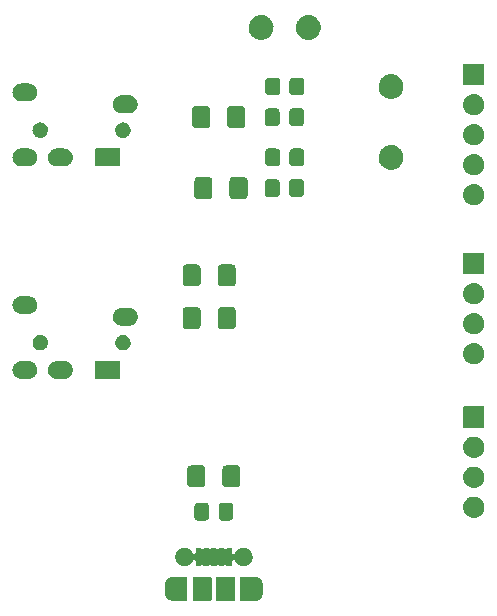
<source format=gbr>
G04 #@! TF.GenerationSoftware,KiCad,Pcbnew,6.0.0-unknown-ea0edab~86~ubuntu18.04.1*
G04 #@! TF.CreationDate,2019-07-07T14:50:01+02:00*
G04 #@! TF.ProjectId,interface,696e7465-7266-4616-9365-2e6b69636164,rev?*
G04 #@! TF.SameCoordinates,Original*
G04 #@! TF.FileFunction,Soldermask,Top*
G04 #@! TF.FilePolarity,Negative*
%FSLAX46Y46*%
G04 Gerber Fmt 4.6, Leading zero omitted, Abs format (unit mm)*
G04 Created by KiCad (PCBNEW 6.0.0-unknown-ea0edab~86~ubuntu18.04.1) date 2019-07-07 14:50:01*
%MOMM*%
%LPD*%
G04 APERTURE LIST*
%ADD10C,0.100000*%
G04 APERTURE END LIST*
D10*
G36*
X106518491Y-116534050D02*
G01*
X106541201Y-116532621D01*
X106599044Y-116543655D01*
X106649598Y-116549683D01*
X106671466Y-116557470D01*
X106702768Y-116563441D01*
X106747974Y-116584713D01*
X106787188Y-116598677D01*
X106814553Y-116616043D01*
X106851595Y-116633474D01*
X106883137Y-116659568D01*
X106910505Y-116676936D01*
X106939839Y-116706476D01*
X106978330Y-116738318D01*
X106997060Y-116764097D01*
X107013417Y-116780569D01*
X107040395Y-116823743D01*
X107075010Y-116871386D01*
X107083387Y-116892545D01*
X107090814Y-116904430D01*
X107110685Y-116961490D01*
X107135559Y-117024316D01*
X107137265Y-117037817D01*
X107138846Y-117042358D01*
X107146828Y-117113517D01*
X107151000Y-117146544D01*
X107151000Y-117921248D01*
X107136606Y-118041963D01*
X107115809Y-118099102D01*
X107110095Y-118129054D01*
X107094742Y-118156981D01*
X107086803Y-118178793D01*
X107059225Y-118221586D01*
X107030856Y-118273189D01*
X107015280Y-118289776D01*
X107007687Y-118301558D01*
X106964517Y-118343833D01*
X106918261Y-118393091D01*
X106906769Y-118400384D01*
X106903335Y-118403747D01*
X106842346Y-118441268D01*
X106779385Y-118481224D01*
X106708506Y-118504254D01*
X106640679Y-118527344D01*
X106635894Y-118527847D01*
X106622955Y-118532051D01*
X106555541Y-118536292D01*
X106494767Y-118542680D01*
X106482447Y-118541948D01*
X106465649Y-118541948D01*
X106458799Y-118542379D01*
X106456540Y-118541948D01*
X105312312Y-118541948D01*
X105280101Y-118535541D01*
X105263231Y-118524269D01*
X105251959Y-118507399D01*
X105245552Y-118475188D01*
X105245552Y-116599812D01*
X105251959Y-116567601D01*
X105263231Y-116550731D01*
X105280101Y-116539459D01*
X105312312Y-116533052D01*
X106491722Y-116533052D01*
X106504504Y-116532382D01*
X106518491Y-116534050D01*
X106518491Y-116534050D01*
G37*
G36*
X99517554Y-116533052D02*
G01*
X99534352Y-116533052D01*
X99541202Y-116532621D01*
X99543461Y-116533052D01*
X100687688Y-116533052D01*
X100719899Y-116539459D01*
X100736769Y-116550731D01*
X100748041Y-116567601D01*
X100754448Y-116599812D01*
X100754448Y-118475188D01*
X100751999Y-118487500D01*
X100748041Y-118507399D01*
X100736769Y-118524269D01*
X100719899Y-118535541D01*
X100700000Y-118539499D01*
X100687688Y-118541948D01*
X99508277Y-118541948D01*
X99495495Y-118542618D01*
X99481508Y-118540950D01*
X99458798Y-118542379D01*
X99400955Y-118531345D01*
X99350401Y-118525317D01*
X99328533Y-118517530D01*
X99297231Y-118511559D01*
X99252025Y-118490287D01*
X99212811Y-118476323D01*
X99185447Y-118458957D01*
X99148404Y-118441526D01*
X99116861Y-118415431D01*
X99089495Y-118398064D01*
X99060158Y-118368522D01*
X99021670Y-118336681D01*
X99002943Y-118310906D01*
X98986583Y-118294431D01*
X98959602Y-118251252D01*
X98924990Y-118203613D01*
X98916613Y-118182454D01*
X98909186Y-118170569D01*
X98889315Y-118113509D01*
X98864441Y-118050683D01*
X98862735Y-118037182D01*
X98861154Y-118032641D01*
X98853172Y-117961482D01*
X98849000Y-117928455D01*
X98849000Y-117153752D01*
X98863395Y-117033035D01*
X98884191Y-116975898D01*
X98889905Y-116945946D01*
X98905257Y-116918022D01*
X98913196Y-116896209D01*
X98940776Y-116853413D01*
X98969145Y-116801811D01*
X98984721Y-116785225D01*
X98992314Y-116773442D01*
X99035484Y-116731167D01*
X99081740Y-116681909D01*
X99093232Y-116674616D01*
X99096666Y-116671253D01*
X99157655Y-116633732D01*
X99220616Y-116593776D01*
X99291495Y-116570746D01*
X99359322Y-116547656D01*
X99364107Y-116547153D01*
X99377046Y-116542949D01*
X99444460Y-116538708D01*
X99505234Y-116532320D01*
X99517554Y-116533052D01*
X99517554Y-116533052D01*
G37*
G36*
X104769899Y-116539459D02*
G01*
X104786769Y-116550731D01*
X104798041Y-116567601D01*
X104804448Y-116599812D01*
X104804448Y-118475188D01*
X104801999Y-118487500D01*
X104798041Y-118507399D01*
X104786769Y-118524269D01*
X104769899Y-118535541D01*
X104750000Y-118539499D01*
X104737688Y-118541948D01*
X103262312Y-118541948D01*
X103230101Y-118535541D01*
X103213231Y-118524269D01*
X103201959Y-118507399D01*
X103195552Y-118475188D01*
X103195552Y-116599812D01*
X103201959Y-116567601D01*
X103213231Y-116550731D01*
X103230101Y-116539459D01*
X103262312Y-116533052D01*
X104737688Y-116533052D01*
X104769899Y-116539459D01*
X104769899Y-116539459D01*
G37*
G36*
X102769899Y-116539459D02*
G01*
X102786769Y-116550731D01*
X102798041Y-116567601D01*
X102804448Y-116599812D01*
X102804448Y-118475188D01*
X102801999Y-118487500D01*
X102798041Y-118507399D01*
X102786769Y-118524269D01*
X102769899Y-118535541D01*
X102750000Y-118539499D01*
X102737688Y-118541948D01*
X101262312Y-118541948D01*
X101230101Y-118535541D01*
X101213231Y-118524269D01*
X101201959Y-118507399D01*
X101195552Y-118475188D01*
X101195552Y-116599812D01*
X101201959Y-116567601D01*
X101213231Y-116550731D01*
X101230101Y-116539459D01*
X101262312Y-116533052D01*
X102737688Y-116533052D01*
X102769899Y-116539459D01*
X102769899Y-116539459D01*
G37*
G36*
X105542921Y-114061737D02*
G01*
X105592463Y-114062083D01*
X105630019Y-114070892D01*
X105662227Y-114074277D01*
X105708365Y-114089268D01*
X105761957Y-114101838D01*
X105791701Y-114116345D01*
X105817366Y-114124684D01*
X105863992Y-114151604D01*
X105918433Y-114178156D01*
X105939957Y-114195462D01*
X105958634Y-114206245D01*
X106002552Y-114245790D01*
X106054111Y-114287244D01*
X106067868Y-114304601D01*
X106079858Y-114315397D01*
X106117627Y-114367382D01*
X106162249Y-114423681D01*
X106169449Y-114438709D01*
X106175736Y-114447362D01*
X106203861Y-114510531D01*
X106237473Y-114580685D01*
X106239950Y-114591590D01*
X106242085Y-114596384D01*
X106257266Y-114667804D01*
X106276043Y-114750453D01*
X106275968Y-114755793D01*
X106275999Y-114755937D01*
X106275999Y-114919063D01*
X106273526Y-114930696D01*
X106273310Y-114946182D01*
X106255445Y-115015764D01*
X106242085Y-115078616D01*
X106235523Y-115093354D01*
X106230015Y-115114807D01*
X106199768Y-115173661D01*
X106175736Y-115227638D01*
X106163064Y-115245080D01*
X106150437Y-115269649D01*
X106111496Y-115316057D01*
X106079858Y-115359603D01*
X106059807Y-115377657D01*
X106038531Y-115403013D01*
X105994688Y-115436291D01*
X105958634Y-115468755D01*
X105930578Y-115484953D01*
X105899859Y-115508270D01*
X105854748Y-115528733D01*
X105817366Y-115550316D01*
X105781432Y-115561992D01*
X105741314Y-115580190D01*
X105698157Y-115589049D01*
X105662227Y-115600723D01*
X105619307Y-115605234D01*
X105570776Y-115615196D01*
X105532213Y-115614388D01*
X105500000Y-115617774D01*
X105451751Y-115612703D01*
X105396720Y-115611550D01*
X105364607Y-115603543D01*
X105337773Y-115600723D01*
X105286574Y-115584088D01*
X105227797Y-115569433D01*
X105203144Y-115556980D01*
X105182634Y-115550316D01*
X105131451Y-115520766D01*
X105072402Y-115490938D01*
X105055339Y-115476822D01*
X105041366Y-115468755D01*
X104993621Y-115425765D01*
X104938260Y-115379966D01*
X104928089Y-115366759D01*
X104920142Y-115359603D01*
X104879503Y-115303669D01*
X104832037Y-115242032D01*
X104827346Y-115231881D01*
X104824264Y-115227638D01*
X104794590Y-115160988D01*
X104793560Y-115158760D01*
X104748024Y-115105187D01*
X104680637Y-115084702D01*
X104612871Y-115103901D01*
X104566243Y-115156689D01*
X104554448Y-115209695D01*
X104554448Y-115500188D01*
X104551999Y-115512500D01*
X104548041Y-115532399D01*
X104536769Y-115549269D01*
X104519899Y-115560541D01*
X104500000Y-115564499D01*
X104487688Y-115566948D01*
X104112312Y-115566948D01*
X104100000Y-115564499D01*
X104080101Y-115560541D01*
X104063231Y-115549269D01*
X104063230Y-115549268D01*
X104044445Y-115536716D01*
X103977230Y-115515671D01*
X103905555Y-115536716D01*
X103886770Y-115549268D01*
X103886769Y-115549269D01*
X103869899Y-115560541D01*
X103850000Y-115564499D01*
X103837688Y-115566948D01*
X103462312Y-115566948D01*
X103450000Y-115564499D01*
X103430101Y-115560541D01*
X103413231Y-115549269D01*
X103413230Y-115549268D01*
X103394445Y-115536716D01*
X103327230Y-115515671D01*
X103255555Y-115536716D01*
X103236770Y-115549268D01*
X103236769Y-115549269D01*
X103219899Y-115560541D01*
X103200000Y-115564499D01*
X103187688Y-115566948D01*
X102812312Y-115566948D01*
X102800000Y-115564499D01*
X102780101Y-115560541D01*
X102763231Y-115549269D01*
X102763230Y-115549268D01*
X102744445Y-115536716D01*
X102677230Y-115515671D01*
X102605555Y-115536716D01*
X102586770Y-115549268D01*
X102586769Y-115549269D01*
X102569899Y-115560541D01*
X102550000Y-115564499D01*
X102537688Y-115566948D01*
X102162312Y-115566948D01*
X102150000Y-115564499D01*
X102130101Y-115560541D01*
X102113231Y-115549269D01*
X102113230Y-115549268D01*
X102094445Y-115536716D01*
X102027230Y-115515671D01*
X101955555Y-115536716D01*
X101936770Y-115549268D01*
X101936769Y-115549269D01*
X101919899Y-115560541D01*
X101900000Y-115564499D01*
X101887688Y-115566948D01*
X101512312Y-115566948D01*
X101480101Y-115560541D01*
X101463231Y-115549269D01*
X101451959Y-115532399D01*
X101445552Y-115500188D01*
X101445552Y-115209695D01*
X101425709Y-115142115D01*
X101372479Y-115095992D01*
X101302764Y-115085968D01*
X101238696Y-115115227D01*
X101209679Y-115154376D01*
X101199768Y-115173662D01*
X101175736Y-115227638D01*
X101163064Y-115245080D01*
X101150437Y-115269649D01*
X101111496Y-115316057D01*
X101079858Y-115359603D01*
X101059807Y-115377657D01*
X101038531Y-115403013D01*
X100994688Y-115436291D01*
X100958634Y-115468755D01*
X100930578Y-115484953D01*
X100899859Y-115508270D01*
X100854748Y-115528733D01*
X100817366Y-115550316D01*
X100781432Y-115561992D01*
X100741314Y-115580190D01*
X100698157Y-115589049D01*
X100662227Y-115600723D01*
X100619307Y-115605234D01*
X100570776Y-115615196D01*
X100532213Y-115614388D01*
X100500000Y-115617774D01*
X100451751Y-115612703D01*
X100396720Y-115611550D01*
X100364607Y-115603543D01*
X100337773Y-115600723D01*
X100286574Y-115584088D01*
X100227797Y-115569433D01*
X100203144Y-115556980D01*
X100182634Y-115550316D01*
X100131451Y-115520766D01*
X100072402Y-115490938D01*
X100055339Y-115476822D01*
X100041366Y-115468755D01*
X99993621Y-115425765D01*
X99938260Y-115379966D01*
X99928089Y-115366759D01*
X99920142Y-115359603D01*
X99879503Y-115303669D01*
X99832037Y-115242032D01*
X99827346Y-115231881D01*
X99824264Y-115227638D01*
X99794587Y-115160982D01*
X99759013Y-115083993D01*
X99722817Y-114913703D01*
X99724001Y-114828920D01*
X99724001Y-114755937D01*
X99725092Y-114750805D01*
X99725248Y-114739626D01*
X99743535Y-114664037D01*
X99757915Y-114596384D01*
X99762266Y-114586611D01*
X99766185Y-114570413D01*
X99798129Y-114506061D01*
X99824264Y-114447362D01*
X99833747Y-114434310D01*
X99843593Y-114414475D01*
X99885406Y-114363207D01*
X99920142Y-114315397D01*
X99936167Y-114300968D01*
X99953626Y-114279561D01*
X100001359Y-114242268D01*
X100041366Y-114206245D01*
X100064736Y-114192752D01*
X100090814Y-114172378D01*
X100140618Y-114148942D01*
X100182634Y-114124684D01*
X100213438Y-114114675D01*
X100248339Y-114098252D01*
X100296728Y-114087613D01*
X100337773Y-114074277D01*
X100375347Y-114070328D01*
X100418373Y-114060868D01*
X100462424Y-114061175D01*
X100500000Y-114057226D01*
X100542921Y-114061737D01*
X100592463Y-114062083D01*
X100630019Y-114070892D01*
X100662227Y-114074277D01*
X100708365Y-114089268D01*
X100761957Y-114101838D01*
X100791701Y-114116345D01*
X100817366Y-114124684D01*
X100863992Y-114151604D01*
X100918433Y-114178156D01*
X100939957Y-114195462D01*
X100958634Y-114206245D01*
X101002552Y-114245790D01*
X101054111Y-114287244D01*
X101067868Y-114304601D01*
X101079858Y-114315397D01*
X101117627Y-114367382D01*
X101162249Y-114423681D01*
X101169449Y-114438709D01*
X101175736Y-114447362D01*
X101203859Y-114510528D01*
X101206798Y-114516661D01*
X101251976Y-114569813D01*
X101319363Y-114590298D01*
X101387129Y-114571099D01*
X101433757Y-114518311D01*
X101445552Y-114465305D01*
X101445552Y-114174812D01*
X101451959Y-114142601D01*
X101463231Y-114125731D01*
X101480101Y-114114459D01*
X101512312Y-114108052D01*
X101887688Y-114108052D01*
X101900000Y-114110501D01*
X101919899Y-114114459D01*
X101936769Y-114125731D01*
X101936770Y-114125732D01*
X101955555Y-114138284D01*
X102022770Y-114159329D01*
X102094445Y-114138284D01*
X102113230Y-114125732D01*
X102113231Y-114125731D01*
X102130101Y-114114459D01*
X102150000Y-114110501D01*
X102162312Y-114108052D01*
X102537688Y-114108052D01*
X102550000Y-114110501D01*
X102569899Y-114114459D01*
X102586769Y-114125731D01*
X102586770Y-114125732D01*
X102605555Y-114138284D01*
X102672770Y-114159329D01*
X102744445Y-114138284D01*
X102763230Y-114125732D01*
X102763231Y-114125731D01*
X102780101Y-114114459D01*
X102800000Y-114110501D01*
X102812312Y-114108052D01*
X103187688Y-114108052D01*
X103200000Y-114110501D01*
X103219899Y-114114459D01*
X103236769Y-114125731D01*
X103236770Y-114125732D01*
X103255555Y-114138284D01*
X103322770Y-114159329D01*
X103394445Y-114138284D01*
X103413230Y-114125732D01*
X103413231Y-114125731D01*
X103430101Y-114114459D01*
X103450000Y-114110501D01*
X103462312Y-114108052D01*
X103837688Y-114108052D01*
X103850000Y-114110501D01*
X103869899Y-114114459D01*
X103886769Y-114125731D01*
X103886770Y-114125732D01*
X103905555Y-114138284D01*
X103972770Y-114159329D01*
X104044445Y-114138284D01*
X104063230Y-114125732D01*
X104063231Y-114125731D01*
X104080101Y-114114459D01*
X104100000Y-114110501D01*
X104112312Y-114108052D01*
X104487688Y-114108052D01*
X104519899Y-114114459D01*
X104536769Y-114125731D01*
X104548041Y-114142601D01*
X104554448Y-114174812D01*
X104554448Y-114465305D01*
X104574291Y-114532885D01*
X104627521Y-114579008D01*
X104697236Y-114589032D01*
X104761304Y-114559773D01*
X104792076Y-114518256D01*
X104798130Y-114506059D01*
X104824264Y-114447362D01*
X104833747Y-114434310D01*
X104843593Y-114414475D01*
X104885406Y-114363207D01*
X104920142Y-114315397D01*
X104936167Y-114300968D01*
X104953626Y-114279561D01*
X105001359Y-114242268D01*
X105041366Y-114206245D01*
X105064736Y-114192752D01*
X105090814Y-114172378D01*
X105140618Y-114148942D01*
X105182634Y-114124684D01*
X105213438Y-114114675D01*
X105248339Y-114098252D01*
X105296728Y-114087613D01*
X105337773Y-114074277D01*
X105375347Y-114070328D01*
X105418373Y-114060868D01*
X105462424Y-114061175D01*
X105500000Y-114057226D01*
X105542921Y-114061737D01*
X105542921Y-114061737D01*
G37*
G36*
X104436756Y-110261764D02*
G01*
X104448227Y-110267288D01*
X104456287Y-110268795D01*
X104473547Y-110279482D01*
X104518638Y-110301197D01*
X104538738Y-110319847D01*
X104551964Y-110328036D01*
X104562265Y-110341676D01*
X104585264Y-110363016D01*
X104607614Y-110401727D01*
X104619781Y-110417839D01*
X104621751Y-110426213D01*
X104629506Y-110439646D01*
X104648419Y-110539601D01*
X104651883Y-110554330D01*
X104651883Y-110557909D01*
X104653194Y-110564838D01*
X104653194Y-111437517D01*
X104638236Y-111536756D01*
X104632712Y-111548227D01*
X104631205Y-111556287D01*
X104620518Y-111573547D01*
X104598803Y-111618638D01*
X104580153Y-111638738D01*
X104571964Y-111651964D01*
X104558324Y-111662265D01*
X104536984Y-111685264D01*
X104498273Y-111707614D01*
X104482161Y-111719781D01*
X104473787Y-111721751D01*
X104460354Y-111729506D01*
X104360399Y-111748419D01*
X104345670Y-111751883D01*
X104342091Y-111751883D01*
X104335162Y-111753194D01*
X103712483Y-111753194D01*
X103613244Y-111738236D01*
X103601773Y-111732712D01*
X103593713Y-111731205D01*
X103576453Y-111720518D01*
X103531362Y-111698803D01*
X103511262Y-111680153D01*
X103498036Y-111671964D01*
X103487735Y-111658324D01*
X103464736Y-111636984D01*
X103442386Y-111598273D01*
X103430219Y-111582161D01*
X103428249Y-111573787D01*
X103420494Y-111560354D01*
X103401581Y-111460399D01*
X103398117Y-111445670D01*
X103398117Y-111442091D01*
X103396806Y-111435162D01*
X103396806Y-110562483D01*
X103411764Y-110463244D01*
X103417288Y-110451773D01*
X103418795Y-110443713D01*
X103429482Y-110426453D01*
X103451197Y-110381362D01*
X103469847Y-110361262D01*
X103478036Y-110348036D01*
X103491676Y-110337735D01*
X103513016Y-110314736D01*
X103551727Y-110292386D01*
X103567839Y-110280219D01*
X103576213Y-110278249D01*
X103589646Y-110270494D01*
X103689601Y-110251581D01*
X103704330Y-110248117D01*
X103707909Y-110248117D01*
X103714838Y-110246806D01*
X104337517Y-110246806D01*
X104436756Y-110261764D01*
X104436756Y-110261764D01*
G37*
G36*
X102386756Y-110261764D02*
G01*
X102398227Y-110267288D01*
X102406287Y-110268795D01*
X102423547Y-110279482D01*
X102468638Y-110301197D01*
X102488738Y-110319847D01*
X102501964Y-110328036D01*
X102512265Y-110341676D01*
X102535264Y-110363016D01*
X102557614Y-110401727D01*
X102569781Y-110417839D01*
X102571751Y-110426213D01*
X102579506Y-110439646D01*
X102598419Y-110539601D01*
X102601883Y-110554330D01*
X102601883Y-110557909D01*
X102603194Y-110564838D01*
X102603194Y-111437517D01*
X102588236Y-111536756D01*
X102582712Y-111548227D01*
X102581205Y-111556287D01*
X102570518Y-111573547D01*
X102548803Y-111618638D01*
X102530153Y-111638738D01*
X102521964Y-111651964D01*
X102508324Y-111662265D01*
X102486984Y-111685264D01*
X102448273Y-111707614D01*
X102432161Y-111719781D01*
X102423787Y-111721751D01*
X102410354Y-111729506D01*
X102310399Y-111748419D01*
X102295670Y-111751883D01*
X102292091Y-111751883D01*
X102285162Y-111753194D01*
X101662483Y-111753194D01*
X101563244Y-111738236D01*
X101551773Y-111732712D01*
X101543713Y-111731205D01*
X101526453Y-111720518D01*
X101481362Y-111698803D01*
X101461262Y-111680153D01*
X101448036Y-111671964D01*
X101437735Y-111658324D01*
X101414736Y-111636984D01*
X101392386Y-111598273D01*
X101380219Y-111582161D01*
X101378249Y-111573787D01*
X101370494Y-111560354D01*
X101351581Y-111460399D01*
X101348117Y-111445670D01*
X101348117Y-111442091D01*
X101346806Y-111435162D01*
X101346806Y-110562483D01*
X101361764Y-110463244D01*
X101367288Y-110451773D01*
X101368795Y-110443713D01*
X101379482Y-110426453D01*
X101401197Y-110381362D01*
X101419847Y-110361262D01*
X101428036Y-110348036D01*
X101441676Y-110337735D01*
X101463016Y-110314736D01*
X101501727Y-110292386D01*
X101517839Y-110280219D01*
X101526213Y-110278249D01*
X101539646Y-110270494D01*
X101639601Y-110251581D01*
X101654330Y-110248117D01*
X101657909Y-110248117D01*
X101664838Y-110246806D01*
X102287517Y-110246806D01*
X102386756Y-110261764D01*
X102386756Y-110261764D01*
G37*
G36*
X125188360Y-109733835D02*
G01*
X125269397Y-109760166D01*
X125356663Y-109787848D01*
X125359655Y-109789493D01*
X125368488Y-109792363D01*
X125440466Y-109833919D01*
X125511499Y-109872970D01*
X125518986Y-109879253D01*
X125532511Y-109887061D01*
X125590259Y-109939057D01*
X125646857Y-109986549D01*
X125656962Y-109999118D01*
X125673261Y-110013793D01*
X125715454Y-110071867D01*
X125757579Y-110124260D01*
X125767994Y-110144182D01*
X125784586Y-110167019D01*
X125811297Y-110227012D01*
X125839439Y-110280843D01*
X125847582Y-110308510D01*
X125861621Y-110340042D01*
X125873992Y-110398241D01*
X125889328Y-110450349D01*
X125892518Y-110485401D01*
X125900999Y-110525301D01*
X125900999Y-110578592D01*
X125905343Y-110626324D01*
X125900999Y-110667653D01*
X125900999Y-110714699D01*
X125891217Y-110760721D01*
X125886873Y-110802047D01*
X125872702Y-110847827D01*
X125861621Y-110899958D01*
X125845028Y-110937226D01*
X125834622Y-110970843D01*
X125808789Y-111018620D01*
X125784586Y-111072981D01*
X125764298Y-111100905D01*
X125750580Y-111126276D01*
X125711859Y-111173082D01*
X125673261Y-111226207D01*
X125652284Y-111245095D01*
X125637952Y-111262419D01*
X125585845Y-111304917D01*
X125532511Y-111352939D01*
X125513524Y-111363901D01*
X125501025Y-111374095D01*
X125435780Y-111408786D01*
X125368488Y-111447637D01*
X125353636Y-111452463D01*
X125345003Y-111457053D01*
X125267430Y-111480473D01*
X125188360Y-111506165D01*
X125179114Y-111507137D01*
X125175851Y-111508122D01*
X125084710Y-111517059D01*
X125047211Y-111521000D01*
X124952789Y-111521000D01*
X124811640Y-111506165D01*
X124730603Y-111479834D01*
X124643337Y-111452152D01*
X124640345Y-111450507D01*
X124631512Y-111447637D01*
X124559534Y-111406081D01*
X124488501Y-111367030D01*
X124481014Y-111360747D01*
X124467489Y-111352939D01*
X124409741Y-111300943D01*
X124353143Y-111253451D01*
X124343038Y-111240882D01*
X124326739Y-111226207D01*
X124284546Y-111168133D01*
X124242421Y-111115740D01*
X124232006Y-111095818D01*
X124215414Y-111072981D01*
X124188703Y-111012988D01*
X124160561Y-110959157D01*
X124152418Y-110931490D01*
X124138379Y-110899958D01*
X124126008Y-110841759D01*
X124110672Y-110789651D01*
X124107482Y-110754599D01*
X124099001Y-110714699D01*
X124099001Y-110661408D01*
X124094657Y-110613676D01*
X124099001Y-110572347D01*
X124099001Y-110525301D01*
X124108783Y-110479279D01*
X124113127Y-110437953D01*
X124127298Y-110392173D01*
X124138379Y-110340042D01*
X124154972Y-110302774D01*
X124165378Y-110269157D01*
X124191211Y-110221380D01*
X124215414Y-110167019D01*
X124235702Y-110139095D01*
X124249420Y-110113724D01*
X124288141Y-110066918D01*
X124326739Y-110013793D01*
X124347716Y-109994905D01*
X124362048Y-109977581D01*
X124414155Y-109935083D01*
X124467489Y-109887061D01*
X124486476Y-109876099D01*
X124498975Y-109865905D01*
X124564220Y-109831214D01*
X124631512Y-109792363D01*
X124646364Y-109787537D01*
X124654997Y-109782947D01*
X124732570Y-109759527D01*
X124811640Y-109733835D01*
X124820886Y-109732863D01*
X124824149Y-109731878D01*
X124915290Y-109722941D01*
X124952789Y-109719000D01*
X125047211Y-109719000D01*
X125188360Y-109733835D01*
X125188360Y-109733835D01*
G37*
G36*
X125188360Y-107193835D02*
G01*
X125269397Y-107220166D01*
X125356663Y-107247848D01*
X125359655Y-107249493D01*
X125368488Y-107252363D01*
X125440466Y-107293919D01*
X125511499Y-107332970D01*
X125518986Y-107339253D01*
X125532511Y-107347061D01*
X125590259Y-107399057D01*
X125646857Y-107446549D01*
X125656962Y-107459118D01*
X125673261Y-107473793D01*
X125715454Y-107531867D01*
X125757579Y-107584260D01*
X125767994Y-107604182D01*
X125784586Y-107627019D01*
X125811297Y-107687012D01*
X125839439Y-107740843D01*
X125847582Y-107768510D01*
X125861621Y-107800042D01*
X125873992Y-107858241D01*
X125889328Y-107910349D01*
X125892518Y-107945401D01*
X125900999Y-107985301D01*
X125900999Y-108038592D01*
X125905343Y-108086324D01*
X125900999Y-108127653D01*
X125900999Y-108174699D01*
X125891217Y-108220721D01*
X125886873Y-108262047D01*
X125872702Y-108307827D01*
X125861621Y-108359958D01*
X125845028Y-108397226D01*
X125834622Y-108430843D01*
X125808789Y-108478620D01*
X125784586Y-108532981D01*
X125764298Y-108560905D01*
X125750580Y-108586276D01*
X125711859Y-108633082D01*
X125673261Y-108686207D01*
X125652284Y-108705095D01*
X125637952Y-108722419D01*
X125585845Y-108764917D01*
X125532511Y-108812939D01*
X125513524Y-108823901D01*
X125501025Y-108834095D01*
X125435780Y-108868786D01*
X125368488Y-108907637D01*
X125353636Y-108912463D01*
X125345003Y-108917053D01*
X125267430Y-108940473D01*
X125188360Y-108966165D01*
X125179114Y-108967137D01*
X125175851Y-108968122D01*
X125084710Y-108977059D01*
X125047211Y-108981000D01*
X124952789Y-108981000D01*
X124811640Y-108966165D01*
X124730603Y-108939834D01*
X124643337Y-108912152D01*
X124640345Y-108910507D01*
X124631512Y-108907637D01*
X124559534Y-108866081D01*
X124488501Y-108827030D01*
X124481014Y-108820747D01*
X124467489Y-108812939D01*
X124409741Y-108760943D01*
X124353143Y-108713451D01*
X124343038Y-108700882D01*
X124326739Y-108686207D01*
X124284546Y-108628133D01*
X124242421Y-108575740D01*
X124232006Y-108555818D01*
X124215414Y-108532981D01*
X124188703Y-108472988D01*
X124160561Y-108419157D01*
X124152418Y-108391490D01*
X124138379Y-108359958D01*
X124126008Y-108301759D01*
X124110672Y-108249651D01*
X124107482Y-108214599D01*
X124099001Y-108174699D01*
X124099001Y-108121408D01*
X124094657Y-108073676D01*
X124099001Y-108032347D01*
X124099001Y-107985301D01*
X124108783Y-107939279D01*
X124113127Y-107897953D01*
X124127298Y-107852173D01*
X124138379Y-107800042D01*
X124154972Y-107762774D01*
X124165378Y-107729157D01*
X124191211Y-107681380D01*
X124215414Y-107627019D01*
X124235702Y-107599095D01*
X124249420Y-107573724D01*
X124288141Y-107526918D01*
X124326739Y-107473793D01*
X124347716Y-107454905D01*
X124362048Y-107437581D01*
X124414155Y-107395083D01*
X124467489Y-107347061D01*
X124486476Y-107336099D01*
X124498975Y-107325905D01*
X124564220Y-107291214D01*
X124631512Y-107252363D01*
X124646364Y-107247537D01*
X124654997Y-107242947D01*
X124732570Y-107219527D01*
X124811640Y-107193835D01*
X124820886Y-107192863D01*
X124824149Y-107191878D01*
X124915290Y-107182941D01*
X124952789Y-107179000D01*
X125047211Y-107179000D01*
X125188360Y-107193835D01*
X125188360Y-107193835D01*
G37*
G36*
X105036756Y-107086764D02*
G01*
X105048228Y-107092289D01*
X105056286Y-107093795D01*
X105073543Y-107104480D01*
X105118638Y-107126197D01*
X105138738Y-107144847D01*
X105151964Y-107153036D01*
X105162264Y-107166676D01*
X105185265Y-107188017D01*
X105207617Y-107226732D01*
X105219781Y-107242840D01*
X105221750Y-107251212D01*
X105229506Y-107264646D01*
X105248419Y-107364603D01*
X105251883Y-107379331D01*
X105251883Y-107382910D01*
X105253194Y-107389839D01*
X105253194Y-108612516D01*
X105238236Y-108711756D01*
X105232711Y-108723228D01*
X105231205Y-108731286D01*
X105220520Y-108748543D01*
X105198803Y-108793638D01*
X105180153Y-108813738D01*
X105171964Y-108826964D01*
X105158324Y-108837264D01*
X105136983Y-108860265D01*
X105098268Y-108882617D01*
X105082160Y-108894781D01*
X105073788Y-108896750D01*
X105060354Y-108904506D01*
X104960397Y-108923419D01*
X104945669Y-108926883D01*
X104942090Y-108926883D01*
X104935161Y-108928194D01*
X104037484Y-108928194D01*
X103938244Y-108913236D01*
X103926772Y-108907711D01*
X103918714Y-108906205D01*
X103901457Y-108895520D01*
X103856362Y-108873803D01*
X103836262Y-108855153D01*
X103823036Y-108846964D01*
X103812736Y-108833324D01*
X103789735Y-108811983D01*
X103767383Y-108773268D01*
X103755219Y-108757160D01*
X103753250Y-108748788D01*
X103745494Y-108735354D01*
X103726581Y-108635397D01*
X103723117Y-108620669D01*
X103723117Y-108617090D01*
X103721806Y-108610161D01*
X103721806Y-107387484D01*
X103736764Y-107288244D01*
X103742289Y-107276772D01*
X103743795Y-107268714D01*
X103754480Y-107251457D01*
X103776197Y-107206362D01*
X103794847Y-107186262D01*
X103803036Y-107173036D01*
X103816676Y-107162736D01*
X103838017Y-107139735D01*
X103876732Y-107117383D01*
X103892840Y-107105219D01*
X103901212Y-107103250D01*
X103914646Y-107095494D01*
X104014603Y-107076581D01*
X104029331Y-107073117D01*
X104032910Y-107073117D01*
X104039839Y-107071806D01*
X104937516Y-107071806D01*
X105036756Y-107086764D01*
X105036756Y-107086764D01*
G37*
G36*
X102061756Y-107086764D02*
G01*
X102073228Y-107092289D01*
X102081286Y-107093795D01*
X102098543Y-107104480D01*
X102143638Y-107126197D01*
X102163738Y-107144847D01*
X102176964Y-107153036D01*
X102187264Y-107166676D01*
X102210265Y-107188017D01*
X102232617Y-107226732D01*
X102244781Y-107242840D01*
X102246750Y-107251212D01*
X102254506Y-107264646D01*
X102273419Y-107364603D01*
X102276883Y-107379331D01*
X102276883Y-107382910D01*
X102278194Y-107389839D01*
X102278194Y-108612516D01*
X102263236Y-108711756D01*
X102257711Y-108723228D01*
X102256205Y-108731286D01*
X102245520Y-108748543D01*
X102223803Y-108793638D01*
X102205153Y-108813738D01*
X102196964Y-108826964D01*
X102183324Y-108837264D01*
X102161983Y-108860265D01*
X102123268Y-108882617D01*
X102107160Y-108894781D01*
X102098788Y-108896750D01*
X102085354Y-108904506D01*
X101985397Y-108923419D01*
X101970669Y-108926883D01*
X101967090Y-108926883D01*
X101960161Y-108928194D01*
X101062484Y-108928194D01*
X100963244Y-108913236D01*
X100951772Y-108907711D01*
X100943714Y-108906205D01*
X100926457Y-108895520D01*
X100881362Y-108873803D01*
X100861262Y-108855153D01*
X100848036Y-108846964D01*
X100837736Y-108833324D01*
X100814735Y-108811983D01*
X100792383Y-108773268D01*
X100780219Y-108757160D01*
X100778250Y-108748788D01*
X100770494Y-108735354D01*
X100751581Y-108635397D01*
X100748117Y-108620669D01*
X100748117Y-108617090D01*
X100746806Y-108610161D01*
X100746806Y-107387484D01*
X100761764Y-107288244D01*
X100767289Y-107276772D01*
X100768795Y-107268714D01*
X100779480Y-107251457D01*
X100801197Y-107206362D01*
X100819847Y-107186262D01*
X100828036Y-107173036D01*
X100841676Y-107162736D01*
X100863017Y-107139735D01*
X100901732Y-107117383D01*
X100917840Y-107105219D01*
X100926212Y-107103250D01*
X100939646Y-107095494D01*
X101039603Y-107076581D01*
X101054331Y-107073117D01*
X101057910Y-107073117D01*
X101064839Y-107071806D01*
X101962516Y-107071806D01*
X102061756Y-107086764D01*
X102061756Y-107086764D01*
G37*
G36*
X125188360Y-104653835D02*
G01*
X125269397Y-104680166D01*
X125356663Y-104707848D01*
X125359655Y-104709493D01*
X125368488Y-104712363D01*
X125440466Y-104753919D01*
X125511499Y-104792970D01*
X125518986Y-104799253D01*
X125532511Y-104807061D01*
X125590259Y-104859057D01*
X125646857Y-104906549D01*
X125656962Y-104919118D01*
X125673261Y-104933793D01*
X125715454Y-104991867D01*
X125757579Y-105044260D01*
X125767994Y-105064182D01*
X125784586Y-105087019D01*
X125811297Y-105147012D01*
X125839439Y-105200843D01*
X125847582Y-105228510D01*
X125861621Y-105260042D01*
X125873992Y-105318241D01*
X125889328Y-105370349D01*
X125892518Y-105405401D01*
X125900999Y-105445301D01*
X125900999Y-105498592D01*
X125905343Y-105546324D01*
X125900999Y-105587653D01*
X125900999Y-105634699D01*
X125891217Y-105680721D01*
X125886873Y-105722047D01*
X125872702Y-105767827D01*
X125861621Y-105819958D01*
X125845028Y-105857226D01*
X125834622Y-105890843D01*
X125808789Y-105938620D01*
X125784586Y-105992981D01*
X125764298Y-106020905D01*
X125750580Y-106046276D01*
X125711859Y-106093082D01*
X125673261Y-106146207D01*
X125652284Y-106165095D01*
X125637952Y-106182419D01*
X125585845Y-106224917D01*
X125532511Y-106272939D01*
X125513524Y-106283901D01*
X125501025Y-106294095D01*
X125435780Y-106328786D01*
X125368488Y-106367637D01*
X125353636Y-106372463D01*
X125345003Y-106377053D01*
X125267430Y-106400473D01*
X125188360Y-106426165D01*
X125179114Y-106427137D01*
X125175851Y-106428122D01*
X125084710Y-106437059D01*
X125047211Y-106441000D01*
X124952789Y-106441000D01*
X124811640Y-106426165D01*
X124730603Y-106399834D01*
X124643337Y-106372152D01*
X124640345Y-106370507D01*
X124631512Y-106367637D01*
X124559534Y-106326081D01*
X124488501Y-106287030D01*
X124481014Y-106280747D01*
X124467489Y-106272939D01*
X124409741Y-106220943D01*
X124353143Y-106173451D01*
X124343038Y-106160882D01*
X124326739Y-106146207D01*
X124284546Y-106088133D01*
X124242421Y-106035740D01*
X124232006Y-106015818D01*
X124215414Y-105992981D01*
X124188703Y-105932988D01*
X124160561Y-105879157D01*
X124152418Y-105851490D01*
X124138379Y-105819958D01*
X124126008Y-105761759D01*
X124110672Y-105709651D01*
X124107482Y-105674599D01*
X124099001Y-105634699D01*
X124099001Y-105581408D01*
X124094657Y-105533676D01*
X124099001Y-105492347D01*
X124099001Y-105445301D01*
X124108783Y-105399279D01*
X124113127Y-105357953D01*
X124127298Y-105312173D01*
X124138379Y-105260042D01*
X124154972Y-105222774D01*
X124165378Y-105189157D01*
X124191211Y-105141380D01*
X124215414Y-105087019D01*
X124235702Y-105059095D01*
X124249420Y-105033724D01*
X124288141Y-104986918D01*
X124326739Y-104933793D01*
X124347716Y-104914905D01*
X124362048Y-104897581D01*
X124414155Y-104855083D01*
X124467489Y-104807061D01*
X124486476Y-104796099D01*
X124498975Y-104785905D01*
X124564220Y-104751214D01*
X124631512Y-104712363D01*
X124646364Y-104707537D01*
X124654997Y-104702947D01*
X124732570Y-104679527D01*
X124811640Y-104653835D01*
X124820886Y-104652863D01*
X124824149Y-104651878D01*
X124915290Y-104642941D01*
X124952789Y-104639000D01*
X125047211Y-104639000D01*
X125188360Y-104653835D01*
X125188360Y-104653835D01*
G37*
G36*
X125869899Y-102101959D02*
G01*
X125886769Y-102113231D01*
X125898041Y-102130101D01*
X125904448Y-102162312D01*
X125904448Y-103837688D01*
X125901999Y-103850000D01*
X125898041Y-103869899D01*
X125886769Y-103886769D01*
X125869899Y-103898041D01*
X125850000Y-103901999D01*
X125837688Y-103904448D01*
X124162312Y-103904448D01*
X124130101Y-103898041D01*
X124113231Y-103886769D01*
X124101959Y-103869899D01*
X124095552Y-103837688D01*
X124095552Y-102162312D01*
X124101959Y-102130101D01*
X124113231Y-102113231D01*
X124130101Y-102101959D01*
X124162312Y-102095552D01*
X125837688Y-102095552D01*
X125869899Y-102101959D01*
X125869899Y-102101959D01*
G37*
G36*
X95019899Y-98251959D02*
G01*
X95036769Y-98263231D01*
X95048041Y-98280101D01*
X95054448Y-98312312D01*
X95054448Y-99687688D01*
X95051999Y-99700000D01*
X95048041Y-99719899D01*
X95036769Y-99736769D01*
X95019899Y-99748041D01*
X95000000Y-99751999D01*
X94987688Y-99754448D01*
X93012312Y-99754448D01*
X92980101Y-99748041D01*
X92963231Y-99736769D01*
X92951959Y-99719899D01*
X92945552Y-99687688D01*
X92945552Y-98312312D01*
X92951959Y-98280101D01*
X92963231Y-98263231D01*
X92980101Y-98251959D01*
X93012312Y-98245552D01*
X94987688Y-98245552D01*
X95019899Y-98251959D01*
X95019899Y-98251959D01*
G37*
G36*
X90414655Y-98264518D02*
G01*
X90546661Y-98286371D01*
X90553290Y-98289462D01*
X90563560Y-98291310D01*
X90629934Y-98325202D01*
X90691336Y-98353835D01*
X90702051Y-98362028D01*
X90719525Y-98370950D01*
X90771716Y-98415290D01*
X90820957Y-98452937D01*
X90833499Y-98467778D01*
X90852985Y-98484333D01*
X90890045Y-98534692D01*
X90926280Y-98577570D01*
X90938104Y-98599997D01*
X90956783Y-98625378D01*
X90978935Y-98677437D01*
X91002382Y-98721909D01*
X91010687Y-98752060D01*
X91025349Y-98786518D01*
X91033925Y-98836425D01*
X91045712Y-98879219D01*
X91047657Y-98916345D01*
X91055006Y-98959110D01*
X91052237Y-99003738D01*
X91054251Y-99042168D01*
X91047217Y-99084658D01*
X91044162Y-99133896D01*
X91032921Y-99171011D01*
X91027600Y-99203152D01*
X91009419Y-99248609D01*
X90993400Y-99301499D01*
X90976909Y-99329890D01*
X90967005Y-99354653D01*
X90936184Y-99400005D01*
X90905443Y-99452929D01*
X90886946Y-99472455D01*
X90875288Y-99489609D01*
X90831206Y-99531295D01*
X90785008Y-99580063D01*
X90767491Y-99591548D01*
X90756734Y-99601720D01*
X90699765Y-99635951D01*
X90638556Y-99676081D01*
X90624465Y-99681196D01*
X90616864Y-99685763D01*
X90548490Y-99708773D01*
X90473943Y-99735832D01*
X90464979Y-99736877D01*
X90462219Y-99737806D01*
X90385845Y-99746103D01*
X90343846Y-99751000D01*
X89671589Y-99751000D01*
X89585345Y-99735482D01*
X89453339Y-99713629D01*
X89446710Y-99710538D01*
X89436440Y-99708690D01*
X89370066Y-99674798D01*
X89308664Y-99646165D01*
X89297949Y-99637972D01*
X89280475Y-99629050D01*
X89228284Y-99584710D01*
X89179043Y-99547063D01*
X89166501Y-99532222D01*
X89147015Y-99515667D01*
X89109955Y-99465308D01*
X89073720Y-99422430D01*
X89061896Y-99400003D01*
X89043217Y-99374622D01*
X89021065Y-99322563D01*
X88997618Y-99278091D01*
X88989313Y-99247940D01*
X88974651Y-99213482D01*
X88966075Y-99163575D01*
X88954288Y-99120781D01*
X88952343Y-99083655D01*
X88944994Y-99040890D01*
X88947763Y-98996262D01*
X88945749Y-98957832D01*
X88952783Y-98915342D01*
X88955838Y-98866104D01*
X88967079Y-98828989D01*
X88972400Y-98796848D01*
X88990581Y-98751391D01*
X89006600Y-98698501D01*
X89023091Y-98670110D01*
X89032995Y-98645347D01*
X89063816Y-98599995D01*
X89094557Y-98547071D01*
X89113054Y-98527545D01*
X89124712Y-98510391D01*
X89168794Y-98468705D01*
X89214992Y-98419937D01*
X89232509Y-98408452D01*
X89243266Y-98398280D01*
X89300235Y-98364049D01*
X89361444Y-98323919D01*
X89375535Y-98318804D01*
X89383136Y-98314237D01*
X89451510Y-98291227D01*
X89526057Y-98264168D01*
X89535021Y-98263123D01*
X89537781Y-98262194D01*
X89614155Y-98253897D01*
X89656154Y-98249000D01*
X90328411Y-98249000D01*
X90414655Y-98264518D01*
X90414655Y-98264518D01*
G37*
G36*
X87414655Y-98264518D02*
G01*
X87546661Y-98286371D01*
X87553290Y-98289462D01*
X87563560Y-98291310D01*
X87629934Y-98325202D01*
X87691336Y-98353835D01*
X87702051Y-98362028D01*
X87719525Y-98370950D01*
X87771716Y-98415290D01*
X87820957Y-98452937D01*
X87833499Y-98467778D01*
X87852985Y-98484333D01*
X87890045Y-98534692D01*
X87926280Y-98577570D01*
X87938104Y-98599997D01*
X87956783Y-98625378D01*
X87978935Y-98677437D01*
X88002382Y-98721909D01*
X88010687Y-98752060D01*
X88025349Y-98786518D01*
X88033925Y-98836425D01*
X88045712Y-98879219D01*
X88047657Y-98916345D01*
X88055006Y-98959110D01*
X88052237Y-99003738D01*
X88054251Y-99042168D01*
X88047217Y-99084658D01*
X88044162Y-99133896D01*
X88032921Y-99171011D01*
X88027600Y-99203152D01*
X88009419Y-99248609D01*
X87993400Y-99301499D01*
X87976909Y-99329890D01*
X87967005Y-99354653D01*
X87936184Y-99400005D01*
X87905443Y-99452929D01*
X87886946Y-99472455D01*
X87875288Y-99489609D01*
X87831206Y-99531295D01*
X87785008Y-99580063D01*
X87767491Y-99591548D01*
X87756734Y-99601720D01*
X87699765Y-99635951D01*
X87638556Y-99676081D01*
X87624465Y-99681196D01*
X87616864Y-99685763D01*
X87548490Y-99708773D01*
X87473943Y-99735832D01*
X87464979Y-99736877D01*
X87462219Y-99737806D01*
X87385845Y-99746103D01*
X87343846Y-99751000D01*
X86671589Y-99751000D01*
X86585345Y-99735482D01*
X86453339Y-99713629D01*
X86446710Y-99710538D01*
X86436440Y-99708690D01*
X86370066Y-99674798D01*
X86308664Y-99646165D01*
X86297949Y-99637972D01*
X86280475Y-99629050D01*
X86228284Y-99584710D01*
X86179043Y-99547063D01*
X86166501Y-99532222D01*
X86147015Y-99515667D01*
X86109955Y-99465308D01*
X86073720Y-99422430D01*
X86061896Y-99400003D01*
X86043217Y-99374622D01*
X86021065Y-99322563D01*
X85997618Y-99278091D01*
X85989313Y-99247940D01*
X85974651Y-99213482D01*
X85966075Y-99163575D01*
X85954288Y-99120781D01*
X85952343Y-99083655D01*
X85944994Y-99040890D01*
X85947763Y-98996262D01*
X85945749Y-98957832D01*
X85952783Y-98915342D01*
X85955838Y-98866104D01*
X85967079Y-98828989D01*
X85972400Y-98796848D01*
X85990581Y-98751391D01*
X86006600Y-98698501D01*
X86023091Y-98670110D01*
X86032995Y-98645347D01*
X86063816Y-98599995D01*
X86094557Y-98547071D01*
X86113054Y-98527545D01*
X86124712Y-98510391D01*
X86168794Y-98468705D01*
X86214992Y-98419937D01*
X86232509Y-98408452D01*
X86243266Y-98398280D01*
X86300235Y-98364049D01*
X86361444Y-98323919D01*
X86375535Y-98318804D01*
X86383136Y-98314237D01*
X86451510Y-98291227D01*
X86526057Y-98264168D01*
X86535021Y-98263123D01*
X86537781Y-98262194D01*
X86614155Y-98253897D01*
X86656154Y-98249000D01*
X87328411Y-98249000D01*
X87414655Y-98264518D01*
X87414655Y-98264518D01*
G37*
G36*
X125188360Y-96733835D02*
G01*
X125269397Y-96760166D01*
X125356663Y-96787848D01*
X125359655Y-96789493D01*
X125368488Y-96792363D01*
X125440466Y-96833919D01*
X125511499Y-96872970D01*
X125518986Y-96879253D01*
X125532511Y-96887061D01*
X125590259Y-96939057D01*
X125646857Y-96986549D01*
X125656962Y-96999118D01*
X125673261Y-97013793D01*
X125715454Y-97071867D01*
X125757579Y-97124260D01*
X125767994Y-97144182D01*
X125784586Y-97167019D01*
X125811297Y-97227012D01*
X125839439Y-97280843D01*
X125847582Y-97308510D01*
X125861621Y-97340042D01*
X125873992Y-97398241D01*
X125889328Y-97450349D01*
X125892518Y-97485401D01*
X125900999Y-97525301D01*
X125900999Y-97578592D01*
X125905343Y-97626324D01*
X125900999Y-97667653D01*
X125900999Y-97714699D01*
X125891217Y-97760721D01*
X125886873Y-97802047D01*
X125872702Y-97847827D01*
X125861621Y-97899958D01*
X125845028Y-97937226D01*
X125834622Y-97970843D01*
X125808789Y-98018620D01*
X125784586Y-98072981D01*
X125764298Y-98100905D01*
X125750580Y-98126276D01*
X125711859Y-98173082D01*
X125673261Y-98226207D01*
X125652284Y-98245095D01*
X125637952Y-98262419D01*
X125585845Y-98304917D01*
X125532511Y-98352939D01*
X125513524Y-98363901D01*
X125501025Y-98374095D01*
X125435780Y-98408786D01*
X125368488Y-98447637D01*
X125353636Y-98452463D01*
X125345003Y-98457053D01*
X125267430Y-98480473D01*
X125188360Y-98506165D01*
X125179114Y-98507137D01*
X125175851Y-98508122D01*
X125084710Y-98517059D01*
X125047211Y-98521000D01*
X124952789Y-98521000D01*
X124811640Y-98506165D01*
X124730603Y-98479834D01*
X124643337Y-98452152D01*
X124640345Y-98450507D01*
X124631512Y-98447637D01*
X124559534Y-98406081D01*
X124488501Y-98367030D01*
X124481014Y-98360747D01*
X124467489Y-98352939D01*
X124409741Y-98300943D01*
X124353143Y-98253451D01*
X124343038Y-98240882D01*
X124326739Y-98226207D01*
X124284546Y-98168133D01*
X124242421Y-98115740D01*
X124232006Y-98095818D01*
X124215414Y-98072981D01*
X124188703Y-98012988D01*
X124160561Y-97959157D01*
X124152418Y-97931490D01*
X124138379Y-97899958D01*
X124126008Y-97841759D01*
X124110672Y-97789651D01*
X124107482Y-97754599D01*
X124099001Y-97714699D01*
X124099001Y-97661408D01*
X124094657Y-97613676D01*
X124099001Y-97572347D01*
X124099001Y-97525301D01*
X124108783Y-97479279D01*
X124113127Y-97437953D01*
X124127298Y-97392173D01*
X124138379Y-97340042D01*
X124154972Y-97302774D01*
X124165378Y-97269157D01*
X124191211Y-97221380D01*
X124215414Y-97167019D01*
X124235702Y-97139095D01*
X124249420Y-97113724D01*
X124288141Y-97066918D01*
X124326739Y-97013793D01*
X124347716Y-96994905D01*
X124362048Y-96977581D01*
X124414155Y-96935083D01*
X124467489Y-96887061D01*
X124486476Y-96876099D01*
X124498975Y-96865905D01*
X124564220Y-96831214D01*
X124631512Y-96792363D01*
X124646364Y-96787537D01*
X124654997Y-96782947D01*
X124732570Y-96759527D01*
X124811640Y-96733835D01*
X124820886Y-96732863D01*
X124824149Y-96731878D01*
X124915290Y-96722941D01*
X124952789Y-96719000D01*
X125047211Y-96719000D01*
X125188360Y-96733835D01*
X125188360Y-96733835D01*
G37*
G36*
X88321945Y-96049094D02*
G01*
X88377571Y-96049482D01*
X88395701Y-96053734D01*
X88422955Y-96055449D01*
X88474718Y-96072268D01*
X88519763Y-96082833D01*
X88544764Y-96095027D01*
X88579385Y-96106276D01*
X88617764Y-96130632D01*
X88651034Y-96146859D01*
X88679882Y-96170053D01*
X88718261Y-96194409D01*
X88743181Y-96220946D01*
X88764857Y-96238374D01*
X88793591Y-96274627D01*
X88830856Y-96314311D01*
X88844016Y-96338249D01*
X88855579Y-96352838D01*
X88879610Y-96402994D01*
X88910095Y-96458446D01*
X88914617Y-96476059D01*
X88918685Y-96484549D01*
X88933192Y-96548404D01*
X88951000Y-96617760D01*
X88951000Y-96782240D01*
X88948533Y-96791850D01*
X88948530Y-96792034D01*
X88912429Y-96932640D01*
X88912339Y-96932816D01*
X88910095Y-96941554D01*
X88875611Y-97004280D01*
X88845670Y-97062539D01*
X88839617Y-97069752D01*
X88830856Y-97085689D01*
X88787535Y-97131822D01*
X88751787Y-97174424D01*
X88736960Y-97185678D01*
X88718261Y-97205591D01*
X88672297Y-97234761D01*
X88635454Y-97262726D01*
X88610125Y-97274216D01*
X88579385Y-97293724D01*
X88536157Y-97307770D01*
X88502443Y-97323063D01*
X88466179Y-97330507D01*
X88422955Y-97344551D01*
X88386621Y-97346837D01*
X88359378Y-97352429D01*
X88313132Y-97351461D01*
X88258798Y-97354879D01*
X88231967Y-97349761D01*
X88213354Y-97349371D01*
X88159393Y-97335917D01*
X88097231Y-97324059D01*
X88080773Y-97316314D01*
X88071639Y-97314037D01*
X88013184Y-97284509D01*
X87948404Y-97254026D01*
X87941452Y-97248275D01*
X87941276Y-97248186D01*
X87828743Y-97155091D01*
X87828621Y-97154932D01*
X87821670Y-97149182D01*
X87779599Y-97091276D01*
X87739627Y-97039372D01*
X87735677Y-97030823D01*
X87724990Y-97016114D01*
X87701699Y-96957288D01*
X87678368Y-96906794D01*
X87674497Y-96888583D01*
X87664441Y-96863184D01*
X87657617Y-96809168D01*
X87648001Y-96763927D01*
X87648389Y-96736122D01*
X87643826Y-96700000D01*
X87649523Y-96654902D01*
X87650040Y-96617890D01*
X87658744Y-96581912D01*
X87664441Y-96536816D01*
X87677843Y-96502966D01*
X87684383Y-96475933D01*
X87704951Y-96434499D01*
X87724990Y-96383886D01*
X87741044Y-96361789D01*
X87749323Y-96345112D01*
X87784479Y-96302007D01*
X87821670Y-96250818D01*
X87835682Y-96239226D01*
X87841631Y-96231932D01*
X87893222Y-96191624D01*
X87948404Y-96145974D01*
X87956572Y-96142131D01*
X87956726Y-96142010D01*
X88088874Y-96079826D01*
X88089064Y-96079784D01*
X88097231Y-96075941D01*
X88167577Y-96062522D01*
X88231521Y-96048463D01*
X88240934Y-96048529D01*
X88258798Y-96045121D01*
X88321945Y-96049094D01*
X88321945Y-96049094D01*
G37*
G36*
X95321945Y-96049094D02*
G01*
X95377571Y-96049482D01*
X95395701Y-96053734D01*
X95422955Y-96055449D01*
X95474718Y-96072268D01*
X95519763Y-96082833D01*
X95544764Y-96095027D01*
X95579385Y-96106276D01*
X95617764Y-96130632D01*
X95651034Y-96146859D01*
X95679882Y-96170053D01*
X95718261Y-96194409D01*
X95743181Y-96220946D01*
X95764857Y-96238374D01*
X95793591Y-96274627D01*
X95830856Y-96314311D01*
X95844016Y-96338249D01*
X95855579Y-96352838D01*
X95879610Y-96402994D01*
X95910095Y-96458446D01*
X95914617Y-96476059D01*
X95918685Y-96484549D01*
X95933192Y-96548404D01*
X95951000Y-96617760D01*
X95951000Y-96782240D01*
X95948533Y-96791850D01*
X95948530Y-96792034D01*
X95912429Y-96932640D01*
X95912339Y-96932816D01*
X95910095Y-96941554D01*
X95875611Y-97004280D01*
X95845670Y-97062539D01*
X95839617Y-97069752D01*
X95830856Y-97085689D01*
X95787535Y-97131822D01*
X95751787Y-97174424D01*
X95736960Y-97185678D01*
X95718261Y-97205591D01*
X95672297Y-97234761D01*
X95635454Y-97262726D01*
X95610125Y-97274216D01*
X95579385Y-97293724D01*
X95536157Y-97307770D01*
X95502443Y-97323063D01*
X95466179Y-97330507D01*
X95422955Y-97344551D01*
X95386621Y-97346837D01*
X95359378Y-97352429D01*
X95313132Y-97351461D01*
X95258798Y-97354879D01*
X95231967Y-97349761D01*
X95213354Y-97349371D01*
X95159393Y-97335917D01*
X95097231Y-97324059D01*
X95080773Y-97316314D01*
X95071639Y-97314037D01*
X95013184Y-97284509D01*
X94948404Y-97254026D01*
X94941452Y-97248275D01*
X94941276Y-97248186D01*
X94828743Y-97155091D01*
X94828621Y-97154932D01*
X94821670Y-97149182D01*
X94779599Y-97091276D01*
X94739627Y-97039372D01*
X94735677Y-97030823D01*
X94724990Y-97016114D01*
X94701699Y-96957288D01*
X94678368Y-96906794D01*
X94674497Y-96888583D01*
X94664441Y-96863184D01*
X94657617Y-96809168D01*
X94648001Y-96763927D01*
X94648389Y-96736122D01*
X94643826Y-96700000D01*
X94649523Y-96654902D01*
X94650040Y-96617890D01*
X94658744Y-96581912D01*
X94664441Y-96536816D01*
X94677843Y-96502966D01*
X94684383Y-96475933D01*
X94704951Y-96434499D01*
X94724990Y-96383886D01*
X94741044Y-96361789D01*
X94749323Y-96345112D01*
X94784479Y-96302007D01*
X94821670Y-96250818D01*
X94835682Y-96239226D01*
X94841631Y-96231932D01*
X94893222Y-96191624D01*
X94948404Y-96145974D01*
X94956572Y-96142131D01*
X94956726Y-96142010D01*
X95088874Y-96079826D01*
X95089064Y-96079784D01*
X95097231Y-96075941D01*
X95167577Y-96062522D01*
X95231521Y-96048463D01*
X95240934Y-96048529D01*
X95258798Y-96045121D01*
X95321945Y-96049094D01*
X95321945Y-96049094D01*
G37*
G36*
X125188360Y-94193835D02*
G01*
X125269397Y-94220166D01*
X125356663Y-94247848D01*
X125359655Y-94249493D01*
X125368488Y-94252363D01*
X125440466Y-94293919D01*
X125511499Y-94332970D01*
X125518986Y-94339253D01*
X125532511Y-94347061D01*
X125590259Y-94399057D01*
X125646857Y-94446549D01*
X125656962Y-94459118D01*
X125673261Y-94473793D01*
X125715454Y-94531867D01*
X125757579Y-94584260D01*
X125767994Y-94604182D01*
X125784586Y-94627019D01*
X125811297Y-94687012D01*
X125839439Y-94740843D01*
X125847582Y-94768510D01*
X125861621Y-94800042D01*
X125873992Y-94858241D01*
X125889328Y-94910349D01*
X125892518Y-94945401D01*
X125900999Y-94985301D01*
X125900999Y-95038592D01*
X125905343Y-95086324D01*
X125900999Y-95127653D01*
X125900999Y-95174699D01*
X125891217Y-95220721D01*
X125886873Y-95262047D01*
X125872702Y-95307827D01*
X125861621Y-95359958D01*
X125845028Y-95397226D01*
X125834622Y-95430843D01*
X125808789Y-95478620D01*
X125784586Y-95532981D01*
X125764298Y-95560905D01*
X125750580Y-95586276D01*
X125711859Y-95633082D01*
X125673261Y-95686207D01*
X125652284Y-95705095D01*
X125637952Y-95722419D01*
X125585845Y-95764917D01*
X125532511Y-95812939D01*
X125513524Y-95823901D01*
X125501025Y-95834095D01*
X125435780Y-95868786D01*
X125368488Y-95907637D01*
X125353636Y-95912463D01*
X125345003Y-95917053D01*
X125267430Y-95940473D01*
X125188360Y-95966165D01*
X125179114Y-95967137D01*
X125175851Y-95968122D01*
X125084710Y-95977059D01*
X125047211Y-95981000D01*
X124952789Y-95981000D01*
X124811640Y-95966165D01*
X124730603Y-95939834D01*
X124643337Y-95912152D01*
X124640345Y-95910507D01*
X124631512Y-95907637D01*
X124559534Y-95866081D01*
X124488501Y-95827030D01*
X124481014Y-95820747D01*
X124467489Y-95812939D01*
X124409741Y-95760943D01*
X124353143Y-95713451D01*
X124343038Y-95700882D01*
X124326739Y-95686207D01*
X124284546Y-95628133D01*
X124242421Y-95575740D01*
X124232006Y-95555818D01*
X124215414Y-95532981D01*
X124188703Y-95472988D01*
X124160561Y-95419157D01*
X124152418Y-95391490D01*
X124138379Y-95359958D01*
X124126008Y-95301759D01*
X124110672Y-95249651D01*
X124107482Y-95214599D01*
X124099001Y-95174699D01*
X124099001Y-95121408D01*
X124094657Y-95073676D01*
X124099001Y-95032347D01*
X124099001Y-94985301D01*
X124108783Y-94939279D01*
X124113127Y-94897953D01*
X124127298Y-94852173D01*
X124138379Y-94800042D01*
X124154972Y-94762774D01*
X124165378Y-94729157D01*
X124191211Y-94681380D01*
X124215414Y-94627019D01*
X124235702Y-94599095D01*
X124249420Y-94573724D01*
X124288141Y-94526918D01*
X124326739Y-94473793D01*
X124347716Y-94454905D01*
X124362048Y-94437581D01*
X124414155Y-94395083D01*
X124467489Y-94347061D01*
X124486476Y-94336099D01*
X124498975Y-94325905D01*
X124564220Y-94291214D01*
X124631512Y-94252363D01*
X124646364Y-94247537D01*
X124654997Y-94242947D01*
X124732570Y-94219527D01*
X124811640Y-94193835D01*
X124820886Y-94192863D01*
X124824149Y-94191878D01*
X124915290Y-94182941D01*
X124952789Y-94179000D01*
X125047211Y-94179000D01*
X125188360Y-94193835D01*
X125188360Y-94193835D01*
G37*
G36*
X104636756Y-93686764D02*
G01*
X104648228Y-93692289D01*
X104656286Y-93693795D01*
X104673543Y-93704480D01*
X104718638Y-93726197D01*
X104738738Y-93744847D01*
X104751964Y-93753036D01*
X104762264Y-93766676D01*
X104785265Y-93788017D01*
X104807617Y-93826732D01*
X104819781Y-93842840D01*
X104821750Y-93851212D01*
X104829506Y-93864646D01*
X104848419Y-93964603D01*
X104851883Y-93979331D01*
X104851883Y-93982910D01*
X104853194Y-93989839D01*
X104853194Y-95212516D01*
X104838236Y-95311756D01*
X104832711Y-95323228D01*
X104831205Y-95331286D01*
X104820520Y-95348543D01*
X104798803Y-95393638D01*
X104780153Y-95413738D01*
X104771964Y-95426964D01*
X104758324Y-95437264D01*
X104736983Y-95460265D01*
X104698268Y-95482617D01*
X104682160Y-95494781D01*
X104673788Y-95496750D01*
X104660354Y-95504506D01*
X104560397Y-95523419D01*
X104545669Y-95526883D01*
X104542090Y-95526883D01*
X104535161Y-95528194D01*
X103637484Y-95528194D01*
X103538244Y-95513236D01*
X103526772Y-95507711D01*
X103518714Y-95506205D01*
X103501457Y-95495520D01*
X103456362Y-95473803D01*
X103436262Y-95455153D01*
X103423036Y-95446964D01*
X103412736Y-95433324D01*
X103389735Y-95411983D01*
X103367383Y-95373268D01*
X103355219Y-95357160D01*
X103353250Y-95348788D01*
X103345494Y-95335354D01*
X103326581Y-95235397D01*
X103323117Y-95220669D01*
X103323117Y-95217090D01*
X103321806Y-95210161D01*
X103321806Y-93987484D01*
X103336764Y-93888244D01*
X103342289Y-93876772D01*
X103343795Y-93868714D01*
X103354480Y-93851457D01*
X103376197Y-93806362D01*
X103394847Y-93786262D01*
X103403036Y-93773036D01*
X103416676Y-93762736D01*
X103438017Y-93739735D01*
X103476732Y-93717383D01*
X103492840Y-93705219D01*
X103501212Y-93703250D01*
X103514646Y-93695494D01*
X103614603Y-93676581D01*
X103629331Y-93673117D01*
X103632910Y-93673117D01*
X103639839Y-93671806D01*
X104537516Y-93671806D01*
X104636756Y-93686764D01*
X104636756Y-93686764D01*
G37*
G36*
X101661756Y-93686764D02*
G01*
X101673228Y-93692289D01*
X101681286Y-93693795D01*
X101698543Y-93704480D01*
X101743638Y-93726197D01*
X101763738Y-93744847D01*
X101776964Y-93753036D01*
X101787264Y-93766676D01*
X101810265Y-93788017D01*
X101832617Y-93826732D01*
X101844781Y-93842840D01*
X101846750Y-93851212D01*
X101854506Y-93864646D01*
X101873419Y-93964603D01*
X101876883Y-93979331D01*
X101876883Y-93982910D01*
X101878194Y-93989839D01*
X101878194Y-95212516D01*
X101863236Y-95311756D01*
X101857711Y-95323228D01*
X101856205Y-95331286D01*
X101845520Y-95348543D01*
X101823803Y-95393638D01*
X101805153Y-95413738D01*
X101796964Y-95426964D01*
X101783324Y-95437264D01*
X101761983Y-95460265D01*
X101723268Y-95482617D01*
X101707160Y-95494781D01*
X101698788Y-95496750D01*
X101685354Y-95504506D01*
X101585397Y-95523419D01*
X101570669Y-95526883D01*
X101567090Y-95526883D01*
X101560161Y-95528194D01*
X100662484Y-95528194D01*
X100563244Y-95513236D01*
X100551772Y-95507711D01*
X100543714Y-95506205D01*
X100526457Y-95495520D01*
X100481362Y-95473803D01*
X100461262Y-95455153D01*
X100448036Y-95446964D01*
X100437736Y-95433324D01*
X100414735Y-95411983D01*
X100392383Y-95373268D01*
X100380219Y-95357160D01*
X100378250Y-95348788D01*
X100370494Y-95335354D01*
X100351581Y-95235397D01*
X100348117Y-95220669D01*
X100348117Y-95217090D01*
X100346806Y-95210161D01*
X100346806Y-93987484D01*
X100361764Y-93888244D01*
X100367289Y-93876772D01*
X100368795Y-93868714D01*
X100379480Y-93851457D01*
X100401197Y-93806362D01*
X100419847Y-93786262D01*
X100428036Y-93773036D01*
X100441676Y-93762736D01*
X100463017Y-93739735D01*
X100501732Y-93717383D01*
X100517840Y-93705219D01*
X100526212Y-93703250D01*
X100539646Y-93695494D01*
X100639603Y-93676581D01*
X100654331Y-93673117D01*
X100657910Y-93673117D01*
X100664839Y-93671806D01*
X101562516Y-93671806D01*
X101661756Y-93686764D01*
X101661756Y-93686764D01*
G37*
G36*
X95914655Y-93764518D02*
G01*
X96046661Y-93786371D01*
X96053290Y-93789462D01*
X96063560Y-93791310D01*
X96129934Y-93825202D01*
X96191336Y-93853835D01*
X96202051Y-93862028D01*
X96219525Y-93870950D01*
X96271716Y-93915290D01*
X96320957Y-93952937D01*
X96333499Y-93967778D01*
X96352985Y-93984333D01*
X96390045Y-94034692D01*
X96426280Y-94077570D01*
X96438104Y-94099997D01*
X96456783Y-94125378D01*
X96478935Y-94177437D01*
X96502382Y-94221909D01*
X96510687Y-94252060D01*
X96525349Y-94286518D01*
X96533925Y-94336425D01*
X96545712Y-94379219D01*
X96547657Y-94416345D01*
X96555006Y-94459110D01*
X96552237Y-94503738D01*
X96554251Y-94542168D01*
X96547217Y-94584658D01*
X96544162Y-94633896D01*
X96532921Y-94671011D01*
X96527600Y-94703152D01*
X96509419Y-94748609D01*
X96493400Y-94801499D01*
X96476909Y-94829890D01*
X96467005Y-94854653D01*
X96436184Y-94900005D01*
X96405443Y-94952929D01*
X96386946Y-94972455D01*
X96375288Y-94989609D01*
X96331206Y-95031295D01*
X96285008Y-95080063D01*
X96267491Y-95091548D01*
X96256734Y-95101720D01*
X96199765Y-95135951D01*
X96138556Y-95176081D01*
X96124465Y-95181196D01*
X96116864Y-95185763D01*
X96048490Y-95208773D01*
X95973943Y-95235832D01*
X95964979Y-95236877D01*
X95962219Y-95237806D01*
X95885845Y-95246103D01*
X95843846Y-95251000D01*
X95171589Y-95251000D01*
X95085345Y-95235482D01*
X94953339Y-95213629D01*
X94946710Y-95210538D01*
X94936440Y-95208690D01*
X94870066Y-95174798D01*
X94808664Y-95146165D01*
X94797949Y-95137972D01*
X94780475Y-95129050D01*
X94728284Y-95084710D01*
X94679043Y-95047063D01*
X94666501Y-95032222D01*
X94647015Y-95015667D01*
X94609955Y-94965308D01*
X94573720Y-94922430D01*
X94561896Y-94900003D01*
X94543217Y-94874622D01*
X94521065Y-94822563D01*
X94497618Y-94778091D01*
X94489313Y-94747940D01*
X94474651Y-94713482D01*
X94466075Y-94663575D01*
X94454288Y-94620781D01*
X94452343Y-94583655D01*
X94444994Y-94540890D01*
X94447763Y-94496262D01*
X94445749Y-94457832D01*
X94452783Y-94415342D01*
X94455838Y-94366104D01*
X94467079Y-94328989D01*
X94472400Y-94296848D01*
X94490581Y-94251391D01*
X94506600Y-94198501D01*
X94523091Y-94170110D01*
X94532995Y-94145347D01*
X94563816Y-94099995D01*
X94594557Y-94047071D01*
X94613054Y-94027545D01*
X94624712Y-94010391D01*
X94668794Y-93968705D01*
X94714992Y-93919937D01*
X94732509Y-93908452D01*
X94743266Y-93898280D01*
X94800235Y-93864049D01*
X94861444Y-93823919D01*
X94875535Y-93818804D01*
X94883136Y-93814237D01*
X94951510Y-93791227D01*
X95026057Y-93764168D01*
X95035021Y-93763123D01*
X95037781Y-93762194D01*
X95114155Y-93753897D01*
X95156154Y-93749000D01*
X95828411Y-93749000D01*
X95914655Y-93764518D01*
X95914655Y-93764518D01*
G37*
G36*
X87414655Y-92764518D02*
G01*
X87546661Y-92786371D01*
X87553290Y-92789462D01*
X87563560Y-92791310D01*
X87629934Y-92825202D01*
X87691336Y-92853835D01*
X87702051Y-92862028D01*
X87719525Y-92870950D01*
X87771716Y-92915290D01*
X87820957Y-92952937D01*
X87833499Y-92967778D01*
X87852985Y-92984333D01*
X87890045Y-93034692D01*
X87926280Y-93077570D01*
X87938104Y-93099997D01*
X87956783Y-93125378D01*
X87978935Y-93177437D01*
X88002382Y-93221909D01*
X88010687Y-93252060D01*
X88025349Y-93286518D01*
X88033925Y-93336425D01*
X88045712Y-93379219D01*
X88047657Y-93416345D01*
X88055006Y-93459110D01*
X88052237Y-93503738D01*
X88054251Y-93542168D01*
X88047217Y-93584658D01*
X88044162Y-93633896D01*
X88032921Y-93671011D01*
X88027600Y-93703152D01*
X88009419Y-93748609D01*
X87993400Y-93801499D01*
X87976909Y-93829890D01*
X87967005Y-93854653D01*
X87936184Y-93900005D01*
X87905443Y-93952929D01*
X87886946Y-93972455D01*
X87875288Y-93989609D01*
X87831206Y-94031295D01*
X87785008Y-94080063D01*
X87767491Y-94091548D01*
X87756734Y-94101720D01*
X87699765Y-94135951D01*
X87638556Y-94176081D01*
X87624465Y-94181196D01*
X87616864Y-94185763D01*
X87548490Y-94208773D01*
X87473943Y-94235832D01*
X87464979Y-94236877D01*
X87462219Y-94237806D01*
X87385845Y-94246103D01*
X87343846Y-94251000D01*
X86671589Y-94251000D01*
X86585345Y-94235482D01*
X86453339Y-94213629D01*
X86446710Y-94210538D01*
X86436440Y-94208690D01*
X86370066Y-94174798D01*
X86308664Y-94146165D01*
X86297949Y-94137972D01*
X86280475Y-94129050D01*
X86228284Y-94084710D01*
X86179043Y-94047063D01*
X86166501Y-94032222D01*
X86147015Y-94015667D01*
X86109955Y-93965308D01*
X86073720Y-93922430D01*
X86061896Y-93900003D01*
X86043217Y-93874622D01*
X86021065Y-93822563D01*
X85997618Y-93778091D01*
X85989313Y-93747940D01*
X85974651Y-93713482D01*
X85966075Y-93663575D01*
X85954288Y-93620781D01*
X85952343Y-93583655D01*
X85944994Y-93540890D01*
X85947763Y-93496262D01*
X85945749Y-93457832D01*
X85952783Y-93415342D01*
X85955838Y-93366104D01*
X85967079Y-93328989D01*
X85972400Y-93296848D01*
X85990581Y-93251391D01*
X86006600Y-93198501D01*
X86023091Y-93170110D01*
X86032995Y-93145347D01*
X86063816Y-93099995D01*
X86094557Y-93047071D01*
X86113054Y-93027545D01*
X86124712Y-93010391D01*
X86168794Y-92968705D01*
X86214992Y-92919937D01*
X86232509Y-92908452D01*
X86243266Y-92898280D01*
X86300235Y-92864049D01*
X86361444Y-92823919D01*
X86375535Y-92818804D01*
X86383136Y-92814237D01*
X86451510Y-92791227D01*
X86526057Y-92764168D01*
X86535021Y-92763123D01*
X86537781Y-92762194D01*
X86614155Y-92753897D01*
X86656154Y-92749000D01*
X87328411Y-92749000D01*
X87414655Y-92764518D01*
X87414655Y-92764518D01*
G37*
G36*
X125188360Y-91653835D02*
G01*
X125269397Y-91680166D01*
X125356663Y-91707848D01*
X125359655Y-91709493D01*
X125368488Y-91712363D01*
X125440466Y-91753919D01*
X125511499Y-91792970D01*
X125518986Y-91799253D01*
X125532511Y-91807061D01*
X125590259Y-91859057D01*
X125646857Y-91906549D01*
X125656962Y-91919118D01*
X125673261Y-91933793D01*
X125715454Y-91991867D01*
X125757579Y-92044260D01*
X125767994Y-92064182D01*
X125784586Y-92087019D01*
X125811297Y-92147012D01*
X125839439Y-92200843D01*
X125847582Y-92228510D01*
X125861621Y-92260042D01*
X125873992Y-92318241D01*
X125889328Y-92370349D01*
X125892518Y-92405401D01*
X125900999Y-92445301D01*
X125900999Y-92498592D01*
X125905343Y-92546324D01*
X125900999Y-92587653D01*
X125900999Y-92634699D01*
X125891217Y-92680721D01*
X125886873Y-92722047D01*
X125872702Y-92767827D01*
X125861621Y-92819958D01*
X125845028Y-92857226D01*
X125834622Y-92890843D01*
X125808789Y-92938620D01*
X125784586Y-92992981D01*
X125764298Y-93020905D01*
X125750580Y-93046276D01*
X125711859Y-93093082D01*
X125673261Y-93146207D01*
X125652284Y-93165095D01*
X125637952Y-93182419D01*
X125585845Y-93224917D01*
X125532511Y-93272939D01*
X125513524Y-93283901D01*
X125501025Y-93294095D01*
X125435780Y-93328786D01*
X125368488Y-93367637D01*
X125353636Y-93372463D01*
X125345003Y-93377053D01*
X125267430Y-93400473D01*
X125188360Y-93426165D01*
X125179114Y-93427137D01*
X125175851Y-93428122D01*
X125084710Y-93437059D01*
X125047211Y-93441000D01*
X124952789Y-93441000D01*
X124811640Y-93426165D01*
X124730603Y-93399834D01*
X124643337Y-93372152D01*
X124640345Y-93370507D01*
X124631512Y-93367637D01*
X124559534Y-93326081D01*
X124488501Y-93287030D01*
X124481014Y-93280747D01*
X124467489Y-93272939D01*
X124409741Y-93220943D01*
X124353143Y-93173451D01*
X124343038Y-93160882D01*
X124326739Y-93146207D01*
X124284546Y-93088133D01*
X124242421Y-93035740D01*
X124232006Y-93015818D01*
X124215414Y-92992981D01*
X124188703Y-92932988D01*
X124160561Y-92879157D01*
X124152418Y-92851490D01*
X124138379Y-92819958D01*
X124126008Y-92761759D01*
X124110672Y-92709651D01*
X124107482Y-92674599D01*
X124099001Y-92634699D01*
X124099001Y-92581408D01*
X124094657Y-92533676D01*
X124099001Y-92492347D01*
X124099001Y-92445301D01*
X124108783Y-92399279D01*
X124113127Y-92357953D01*
X124127298Y-92312173D01*
X124138379Y-92260042D01*
X124154972Y-92222774D01*
X124165378Y-92189157D01*
X124191211Y-92141380D01*
X124215414Y-92087019D01*
X124235702Y-92059095D01*
X124249420Y-92033724D01*
X124288141Y-91986918D01*
X124326739Y-91933793D01*
X124347716Y-91914905D01*
X124362048Y-91897581D01*
X124414155Y-91855083D01*
X124467489Y-91807061D01*
X124486476Y-91796099D01*
X124498975Y-91785905D01*
X124564220Y-91751214D01*
X124631512Y-91712363D01*
X124646364Y-91707537D01*
X124654997Y-91702947D01*
X124732570Y-91679527D01*
X124811640Y-91653835D01*
X124820886Y-91652863D01*
X124824149Y-91651878D01*
X124915290Y-91642941D01*
X124952789Y-91639000D01*
X125047211Y-91639000D01*
X125188360Y-91653835D01*
X125188360Y-91653835D01*
G37*
G36*
X104636756Y-90086764D02*
G01*
X104648228Y-90092289D01*
X104656286Y-90093795D01*
X104673543Y-90104480D01*
X104718638Y-90126197D01*
X104738738Y-90144847D01*
X104751964Y-90153036D01*
X104762264Y-90166676D01*
X104785265Y-90188017D01*
X104807617Y-90226732D01*
X104819781Y-90242840D01*
X104821750Y-90251212D01*
X104829506Y-90264646D01*
X104848419Y-90364603D01*
X104851883Y-90379331D01*
X104851883Y-90382910D01*
X104853194Y-90389839D01*
X104853194Y-91612516D01*
X104838236Y-91711756D01*
X104832711Y-91723228D01*
X104831205Y-91731286D01*
X104820520Y-91748543D01*
X104798803Y-91793638D01*
X104780153Y-91813738D01*
X104771964Y-91826964D01*
X104758324Y-91837264D01*
X104736983Y-91860265D01*
X104698268Y-91882617D01*
X104682160Y-91894781D01*
X104673788Y-91896750D01*
X104660354Y-91904506D01*
X104560397Y-91923419D01*
X104545669Y-91926883D01*
X104542090Y-91926883D01*
X104535161Y-91928194D01*
X103637484Y-91928194D01*
X103538244Y-91913236D01*
X103526772Y-91907711D01*
X103518714Y-91906205D01*
X103501457Y-91895520D01*
X103456362Y-91873803D01*
X103436262Y-91855153D01*
X103423036Y-91846964D01*
X103412736Y-91833324D01*
X103389735Y-91811983D01*
X103367383Y-91773268D01*
X103355219Y-91757160D01*
X103353250Y-91748788D01*
X103345494Y-91735354D01*
X103326581Y-91635397D01*
X103323117Y-91620669D01*
X103323117Y-91617090D01*
X103321806Y-91610161D01*
X103321806Y-90387484D01*
X103336764Y-90288244D01*
X103342289Y-90276772D01*
X103343795Y-90268714D01*
X103354480Y-90251457D01*
X103376197Y-90206362D01*
X103394847Y-90186262D01*
X103403036Y-90173036D01*
X103416676Y-90162736D01*
X103438017Y-90139735D01*
X103476732Y-90117383D01*
X103492840Y-90105219D01*
X103501212Y-90103250D01*
X103514646Y-90095494D01*
X103614603Y-90076581D01*
X103629331Y-90073117D01*
X103632910Y-90073117D01*
X103639839Y-90071806D01*
X104537516Y-90071806D01*
X104636756Y-90086764D01*
X104636756Y-90086764D01*
G37*
G36*
X101661756Y-90086764D02*
G01*
X101673228Y-90092289D01*
X101681286Y-90093795D01*
X101698543Y-90104480D01*
X101743638Y-90126197D01*
X101763738Y-90144847D01*
X101776964Y-90153036D01*
X101787264Y-90166676D01*
X101810265Y-90188017D01*
X101832617Y-90226732D01*
X101844781Y-90242840D01*
X101846750Y-90251212D01*
X101854506Y-90264646D01*
X101873419Y-90364603D01*
X101876883Y-90379331D01*
X101876883Y-90382910D01*
X101878194Y-90389839D01*
X101878194Y-91612516D01*
X101863236Y-91711756D01*
X101857711Y-91723228D01*
X101856205Y-91731286D01*
X101845520Y-91748543D01*
X101823803Y-91793638D01*
X101805153Y-91813738D01*
X101796964Y-91826964D01*
X101783324Y-91837264D01*
X101761983Y-91860265D01*
X101723268Y-91882617D01*
X101707160Y-91894781D01*
X101698788Y-91896750D01*
X101685354Y-91904506D01*
X101585397Y-91923419D01*
X101570669Y-91926883D01*
X101567090Y-91926883D01*
X101560161Y-91928194D01*
X100662484Y-91928194D01*
X100563244Y-91913236D01*
X100551772Y-91907711D01*
X100543714Y-91906205D01*
X100526457Y-91895520D01*
X100481362Y-91873803D01*
X100461262Y-91855153D01*
X100448036Y-91846964D01*
X100437736Y-91833324D01*
X100414735Y-91811983D01*
X100392383Y-91773268D01*
X100380219Y-91757160D01*
X100378250Y-91748788D01*
X100370494Y-91735354D01*
X100351581Y-91635397D01*
X100348117Y-91620669D01*
X100348117Y-91617090D01*
X100346806Y-91610161D01*
X100346806Y-90387484D01*
X100361764Y-90288244D01*
X100367289Y-90276772D01*
X100368795Y-90268714D01*
X100379480Y-90251457D01*
X100401197Y-90206362D01*
X100419847Y-90186262D01*
X100428036Y-90173036D01*
X100441676Y-90162736D01*
X100463017Y-90139735D01*
X100501732Y-90117383D01*
X100517840Y-90105219D01*
X100526212Y-90103250D01*
X100539646Y-90095494D01*
X100639603Y-90076581D01*
X100654331Y-90073117D01*
X100657910Y-90073117D01*
X100664839Y-90071806D01*
X101562516Y-90071806D01*
X101661756Y-90086764D01*
X101661756Y-90086764D01*
G37*
G36*
X125869899Y-89101959D02*
G01*
X125886769Y-89113231D01*
X125898041Y-89130101D01*
X125904448Y-89162312D01*
X125904448Y-90837688D01*
X125901999Y-90850000D01*
X125898041Y-90869899D01*
X125886769Y-90886769D01*
X125869899Y-90898041D01*
X125850000Y-90901999D01*
X125837688Y-90904448D01*
X124162312Y-90904448D01*
X124130101Y-90898041D01*
X124113231Y-90886769D01*
X124101959Y-90869899D01*
X124095552Y-90837688D01*
X124095552Y-89162312D01*
X124101959Y-89130101D01*
X124113231Y-89113231D01*
X124130101Y-89101959D01*
X124162312Y-89095552D01*
X125837688Y-89095552D01*
X125869899Y-89101959D01*
X125869899Y-89101959D01*
G37*
G36*
X125188360Y-83273835D02*
G01*
X125269397Y-83300166D01*
X125356663Y-83327848D01*
X125359655Y-83329493D01*
X125368488Y-83332363D01*
X125440466Y-83373919D01*
X125511499Y-83412970D01*
X125518986Y-83419253D01*
X125532511Y-83427061D01*
X125590259Y-83479057D01*
X125646857Y-83526549D01*
X125656962Y-83539118D01*
X125673261Y-83553793D01*
X125715454Y-83611867D01*
X125757579Y-83664260D01*
X125767994Y-83684182D01*
X125784586Y-83707019D01*
X125811297Y-83767012D01*
X125839439Y-83820843D01*
X125847582Y-83848510D01*
X125861621Y-83880042D01*
X125873992Y-83938241D01*
X125889328Y-83990349D01*
X125892518Y-84025401D01*
X125900999Y-84065301D01*
X125900999Y-84118592D01*
X125905343Y-84166324D01*
X125900999Y-84207653D01*
X125900999Y-84254699D01*
X125891217Y-84300721D01*
X125886873Y-84342047D01*
X125872702Y-84387827D01*
X125861621Y-84439958D01*
X125845028Y-84477226D01*
X125834622Y-84510843D01*
X125808789Y-84558620D01*
X125784586Y-84612981D01*
X125764298Y-84640905D01*
X125750580Y-84666276D01*
X125711859Y-84713082D01*
X125673261Y-84766207D01*
X125652284Y-84785095D01*
X125637952Y-84802419D01*
X125585845Y-84844917D01*
X125532511Y-84892939D01*
X125513524Y-84903901D01*
X125501025Y-84914095D01*
X125435780Y-84948786D01*
X125368488Y-84987637D01*
X125353636Y-84992463D01*
X125345003Y-84997053D01*
X125267430Y-85020473D01*
X125188360Y-85046165D01*
X125179114Y-85047137D01*
X125175851Y-85048122D01*
X125084710Y-85057059D01*
X125047211Y-85061000D01*
X124952789Y-85061000D01*
X124811640Y-85046165D01*
X124730603Y-85019834D01*
X124643337Y-84992152D01*
X124640345Y-84990507D01*
X124631512Y-84987637D01*
X124559534Y-84946081D01*
X124488501Y-84907030D01*
X124481014Y-84900747D01*
X124467489Y-84892939D01*
X124409741Y-84840943D01*
X124353143Y-84793451D01*
X124343038Y-84780882D01*
X124326739Y-84766207D01*
X124284546Y-84708133D01*
X124242421Y-84655740D01*
X124232006Y-84635818D01*
X124215414Y-84612981D01*
X124188703Y-84552988D01*
X124160561Y-84499157D01*
X124152418Y-84471490D01*
X124138379Y-84439958D01*
X124126008Y-84381759D01*
X124110672Y-84329651D01*
X124107482Y-84294599D01*
X124099001Y-84254699D01*
X124099001Y-84201408D01*
X124094657Y-84153676D01*
X124099001Y-84112347D01*
X124099001Y-84065301D01*
X124108783Y-84019279D01*
X124113127Y-83977953D01*
X124127298Y-83932173D01*
X124138379Y-83880042D01*
X124154972Y-83842774D01*
X124165378Y-83809157D01*
X124191211Y-83761380D01*
X124215414Y-83707019D01*
X124235702Y-83679095D01*
X124249420Y-83653724D01*
X124288141Y-83606918D01*
X124326739Y-83553793D01*
X124347716Y-83534905D01*
X124362048Y-83517581D01*
X124414155Y-83475083D01*
X124467489Y-83427061D01*
X124486476Y-83416099D01*
X124498975Y-83405905D01*
X124564220Y-83371214D01*
X124631512Y-83332363D01*
X124646364Y-83327537D01*
X124654997Y-83322947D01*
X124732570Y-83299527D01*
X124811640Y-83273835D01*
X124820886Y-83272863D01*
X124824149Y-83271878D01*
X124915290Y-83262941D01*
X124952789Y-83259000D01*
X125047211Y-83259000D01*
X125188360Y-83273835D01*
X125188360Y-83273835D01*
G37*
G36*
X105636756Y-82686764D02*
G01*
X105648228Y-82692289D01*
X105656286Y-82693795D01*
X105673543Y-82704480D01*
X105718638Y-82726197D01*
X105738738Y-82744847D01*
X105751964Y-82753036D01*
X105762264Y-82766676D01*
X105785265Y-82788017D01*
X105807617Y-82826732D01*
X105819781Y-82842840D01*
X105821750Y-82851212D01*
X105829506Y-82864646D01*
X105848419Y-82964603D01*
X105851883Y-82979331D01*
X105851883Y-82982910D01*
X105853194Y-82989839D01*
X105853194Y-84212516D01*
X105838236Y-84311756D01*
X105832711Y-84323228D01*
X105831205Y-84331286D01*
X105820520Y-84348543D01*
X105798803Y-84393638D01*
X105780153Y-84413738D01*
X105771964Y-84426964D01*
X105758324Y-84437264D01*
X105736983Y-84460265D01*
X105698268Y-84482617D01*
X105682160Y-84494781D01*
X105673788Y-84496750D01*
X105660354Y-84504506D01*
X105560397Y-84523419D01*
X105545669Y-84526883D01*
X105542090Y-84526883D01*
X105535161Y-84528194D01*
X104637484Y-84528194D01*
X104538244Y-84513236D01*
X104526772Y-84507711D01*
X104518714Y-84506205D01*
X104501457Y-84495520D01*
X104456362Y-84473803D01*
X104436262Y-84455153D01*
X104423036Y-84446964D01*
X104412736Y-84433324D01*
X104389735Y-84411983D01*
X104367383Y-84373268D01*
X104355219Y-84357160D01*
X104353250Y-84348788D01*
X104345494Y-84335354D01*
X104326581Y-84235397D01*
X104323117Y-84220669D01*
X104323117Y-84217090D01*
X104321806Y-84210161D01*
X104321806Y-82987484D01*
X104336764Y-82888244D01*
X104342289Y-82876772D01*
X104343795Y-82868714D01*
X104354480Y-82851457D01*
X104376197Y-82806362D01*
X104394847Y-82786262D01*
X104403036Y-82773036D01*
X104416676Y-82762736D01*
X104438017Y-82739735D01*
X104476732Y-82717383D01*
X104492840Y-82705219D01*
X104501212Y-82703250D01*
X104514646Y-82695494D01*
X104614603Y-82676581D01*
X104629331Y-82673117D01*
X104632910Y-82673117D01*
X104639839Y-82671806D01*
X105537516Y-82671806D01*
X105636756Y-82686764D01*
X105636756Y-82686764D01*
G37*
G36*
X102661756Y-82686764D02*
G01*
X102673228Y-82692289D01*
X102681286Y-82693795D01*
X102698543Y-82704480D01*
X102743638Y-82726197D01*
X102763738Y-82744847D01*
X102776964Y-82753036D01*
X102787264Y-82766676D01*
X102810265Y-82788017D01*
X102832617Y-82826732D01*
X102844781Y-82842840D01*
X102846750Y-82851212D01*
X102854506Y-82864646D01*
X102873419Y-82964603D01*
X102876883Y-82979331D01*
X102876883Y-82982910D01*
X102878194Y-82989839D01*
X102878194Y-84212516D01*
X102863236Y-84311756D01*
X102857711Y-84323228D01*
X102856205Y-84331286D01*
X102845520Y-84348543D01*
X102823803Y-84393638D01*
X102805153Y-84413738D01*
X102796964Y-84426964D01*
X102783324Y-84437264D01*
X102761983Y-84460265D01*
X102723268Y-84482617D01*
X102707160Y-84494781D01*
X102698788Y-84496750D01*
X102685354Y-84504506D01*
X102585397Y-84523419D01*
X102570669Y-84526883D01*
X102567090Y-84526883D01*
X102560161Y-84528194D01*
X101662484Y-84528194D01*
X101563244Y-84513236D01*
X101551772Y-84507711D01*
X101543714Y-84506205D01*
X101526457Y-84495520D01*
X101481362Y-84473803D01*
X101461262Y-84455153D01*
X101448036Y-84446964D01*
X101437736Y-84433324D01*
X101414735Y-84411983D01*
X101392383Y-84373268D01*
X101380219Y-84357160D01*
X101378250Y-84348788D01*
X101370494Y-84335354D01*
X101351581Y-84235397D01*
X101348117Y-84220669D01*
X101348117Y-84217090D01*
X101346806Y-84210161D01*
X101346806Y-82987484D01*
X101361764Y-82888244D01*
X101367289Y-82876772D01*
X101368795Y-82868714D01*
X101379480Y-82851457D01*
X101401197Y-82806362D01*
X101419847Y-82786262D01*
X101428036Y-82773036D01*
X101441676Y-82762736D01*
X101463017Y-82739735D01*
X101501732Y-82717383D01*
X101517840Y-82705219D01*
X101526212Y-82703250D01*
X101539646Y-82695494D01*
X101639603Y-82676581D01*
X101654331Y-82673117D01*
X101657910Y-82673117D01*
X101664839Y-82671806D01*
X102562516Y-82671806D01*
X102661756Y-82686764D01*
X102661756Y-82686764D01*
G37*
G36*
X110411756Y-82861764D02*
G01*
X110423227Y-82867288D01*
X110431287Y-82868795D01*
X110448547Y-82879482D01*
X110493638Y-82901197D01*
X110513738Y-82919847D01*
X110526964Y-82928036D01*
X110537265Y-82941676D01*
X110560264Y-82963016D01*
X110582614Y-83001727D01*
X110594781Y-83017839D01*
X110596751Y-83026213D01*
X110604506Y-83039646D01*
X110623419Y-83139601D01*
X110626883Y-83154330D01*
X110626883Y-83157909D01*
X110628194Y-83164838D01*
X110628194Y-84037517D01*
X110613236Y-84136756D01*
X110607712Y-84148227D01*
X110606205Y-84156287D01*
X110595518Y-84173547D01*
X110573803Y-84218638D01*
X110555153Y-84238738D01*
X110546964Y-84251964D01*
X110533324Y-84262265D01*
X110511984Y-84285264D01*
X110473273Y-84307614D01*
X110457161Y-84319781D01*
X110448787Y-84321751D01*
X110435354Y-84329506D01*
X110335399Y-84348419D01*
X110320670Y-84351883D01*
X110317091Y-84351883D01*
X110310162Y-84353194D01*
X109687483Y-84353194D01*
X109588244Y-84338236D01*
X109576773Y-84332712D01*
X109568713Y-84331205D01*
X109551453Y-84320518D01*
X109506362Y-84298803D01*
X109486262Y-84280153D01*
X109473036Y-84271964D01*
X109462735Y-84258324D01*
X109439736Y-84236984D01*
X109417386Y-84198273D01*
X109405219Y-84182161D01*
X109403249Y-84173787D01*
X109395494Y-84160354D01*
X109376581Y-84060399D01*
X109373117Y-84045670D01*
X109373117Y-84042091D01*
X109371806Y-84035162D01*
X109371806Y-83162483D01*
X109386764Y-83063244D01*
X109392288Y-83051773D01*
X109393795Y-83043713D01*
X109404482Y-83026453D01*
X109426197Y-82981362D01*
X109444847Y-82961262D01*
X109453036Y-82948036D01*
X109466676Y-82937735D01*
X109488016Y-82914736D01*
X109526727Y-82892386D01*
X109542839Y-82880219D01*
X109551213Y-82878249D01*
X109564646Y-82870494D01*
X109664601Y-82851581D01*
X109679330Y-82848117D01*
X109682909Y-82848117D01*
X109689838Y-82846806D01*
X110312517Y-82846806D01*
X110411756Y-82861764D01*
X110411756Y-82861764D01*
G37*
G36*
X108361756Y-82861764D02*
G01*
X108373227Y-82867288D01*
X108381287Y-82868795D01*
X108398547Y-82879482D01*
X108443638Y-82901197D01*
X108463738Y-82919847D01*
X108476964Y-82928036D01*
X108487265Y-82941676D01*
X108510264Y-82963016D01*
X108532614Y-83001727D01*
X108544781Y-83017839D01*
X108546751Y-83026213D01*
X108554506Y-83039646D01*
X108573419Y-83139601D01*
X108576883Y-83154330D01*
X108576883Y-83157909D01*
X108578194Y-83164838D01*
X108578194Y-84037517D01*
X108563236Y-84136756D01*
X108557712Y-84148227D01*
X108556205Y-84156287D01*
X108545518Y-84173547D01*
X108523803Y-84218638D01*
X108505153Y-84238738D01*
X108496964Y-84251964D01*
X108483324Y-84262265D01*
X108461984Y-84285264D01*
X108423273Y-84307614D01*
X108407161Y-84319781D01*
X108398787Y-84321751D01*
X108385354Y-84329506D01*
X108285399Y-84348419D01*
X108270670Y-84351883D01*
X108267091Y-84351883D01*
X108260162Y-84353194D01*
X107637483Y-84353194D01*
X107538244Y-84338236D01*
X107526773Y-84332712D01*
X107518713Y-84331205D01*
X107501453Y-84320518D01*
X107456362Y-84298803D01*
X107436262Y-84280153D01*
X107423036Y-84271964D01*
X107412735Y-84258324D01*
X107389736Y-84236984D01*
X107367386Y-84198273D01*
X107355219Y-84182161D01*
X107353249Y-84173787D01*
X107345494Y-84160354D01*
X107326581Y-84060399D01*
X107323117Y-84045670D01*
X107323117Y-84042091D01*
X107321806Y-84035162D01*
X107321806Y-83162483D01*
X107336764Y-83063244D01*
X107342288Y-83051773D01*
X107343795Y-83043713D01*
X107354482Y-83026453D01*
X107376197Y-82981362D01*
X107394847Y-82961262D01*
X107403036Y-82948036D01*
X107416676Y-82937735D01*
X107438016Y-82914736D01*
X107476727Y-82892386D01*
X107492839Y-82880219D01*
X107501213Y-82878249D01*
X107514646Y-82870494D01*
X107614601Y-82851581D01*
X107629330Y-82848117D01*
X107632909Y-82848117D01*
X107639838Y-82846806D01*
X108262517Y-82846806D01*
X108361756Y-82861764D01*
X108361756Y-82861764D01*
G37*
G36*
X125188360Y-80733835D02*
G01*
X125269397Y-80760166D01*
X125356663Y-80787848D01*
X125359655Y-80789493D01*
X125368488Y-80792363D01*
X125440466Y-80833919D01*
X125511499Y-80872970D01*
X125518986Y-80879253D01*
X125532511Y-80887061D01*
X125590259Y-80939057D01*
X125646857Y-80986549D01*
X125656962Y-80999118D01*
X125673261Y-81013793D01*
X125715454Y-81071867D01*
X125757579Y-81124260D01*
X125767994Y-81144182D01*
X125784586Y-81167019D01*
X125811297Y-81227012D01*
X125839439Y-81280843D01*
X125847582Y-81308510D01*
X125861621Y-81340042D01*
X125873992Y-81398241D01*
X125889328Y-81450349D01*
X125892518Y-81485401D01*
X125900999Y-81525301D01*
X125900999Y-81578592D01*
X125905343Y-81626324D01*
X125900999Y-81667653D01*
X125900999Y-81714699D01*
X125891217Y-81760721D01*
X125886873Y-81802047D01*
X125872702Y-81847827D01*
X125861621Y-81899958D01*
X125845028Y-81937226D01*
X125834622Y-81970843D01*
X125808789Y-82018620D01*
X125784586Y-82072981D01*
X125764298Y-82100905D01*
X125750580Y-82126276D01*
X125711859Y-82173082D01*
X125673261Y-82226207D01*
X125652284Y-82245095D01*
X125637952Y-82262419D01*
X125585845Y-82304917D01*
X125532511Y-82352939D01*
X125513524Y-82363901D01*
X125501025Y-82374095D01*
X125435780Y-82408786D01*
X125368488Y-82447637D01*
X125353636Y-82452463D01*
X125345003Y-82457053D01*
X125267430Y-82480473D01*
X125188360Y-82506165D01*
X125179114Y-82507137D01*
X125175851Y-82508122D01*
X125084710Y-82517059D01*
X125047211Y-82521000D01*
X124952789Y-82521000D01*
X124811640Y-82506165D01*
X124730603Y-82479834D01*
X124643337Y-82452152D01*
X124640345Y-82450507D01*
X124631512Y-82447637D01*
X124559534Y-82406081D01*
X124488501Y-82367030D01*
X124481014Y-82360747D01*
X124467489Y-82352939D01*
X124409741Y-82300943D01*
X124353143Y-82253451D01*
X124343038Y-82240882D01*
X124326739Y-82226207D01*
X124284546Y-82168133D01*
X124242421Y-82115740D01*
X124232006Y-82095818D01*
X124215414Y-82072981D01*
X124188703Y-82012988D01*
X124160561Y-81959157D01*
X124152418Y-81931490D01*
X124138379Y-81899958D01*
X124126008Y-81841759D01*
X124110672Y-81789651D01*
X124107482Y-81754599D01*
X124099001Y-81714699D01*
X124099001Y-81661408D01*
X124094657Y-81613676D01*
X124099001Y-81572347D01*
X124099001Y-81525301D01*
X124108783Y-81479279D01*
X124113127Y-81437953D01*
X124127298Y-81392173D01*
X124138379Y-81340042D01*
X124154972Y-81302774D01*
X124165378Y-81269157D01*
X124191211Y-81221380D01*
X124215414Y-81167019D01*
X124235702Y-81139095D01*
X124249420Y-81113724D01*
X124288141Y-81066918D01*
X124326739Y-81013793D01*
X124347716Y-80994905D01*
X124362048Y-80977581D01*
X124414155Y-80935083D01*
X124467489Y-80887061D01*
X124486476Y-80876099D01*
X124498975Y-80865905D01*
X124564220Y-80831214D01*
X124631512Y-80792363D01*
X124646364Y-80787537D01*
X124654997Y-80782947D01*
X124732570Y-80759527D01*
X124811640Y-80733835D01*
X124820886Y-80732863D01*
X124824149Y-80731878D01*
X124915290Y-80722941D01*
X124952789Y-80719000D01*
X125047211Y-80719000D01*
X125188360Y-80733835D01*
X125188360Y-80733835D01*
G37*
G36*
X118059591Y-79949345D02*
G01*
X118110391Y-79949700D01*
X118161051Y-79960099D01*
X118206828Y-79964951D01*
X118256287Y-79979648D01*
X118312293Y-79991145D01*
X118354069Y-80008706D01*
X118391981Y-80019972D01*
X118443722Y-80046392D01*
X118502300Y-80071016D01*
X118534564Y-80092779D01*
X118564015Y-80107817D01*
X118615254Y-80147205D01*
X118673174Y-80186273D01*
X118696070Y-80209330D01*
X118717158Y-80225540D01*
X118764764Y-80278504D01*
X118818407Y-80332523D01*
X118832831Y-80354233D01*
X118846284Y-80369200D01*
X118886922Y-80435646D01*
X118932468Y-80504198D01*
X118939950Y-80522350D01*
X118947065Y-80533984D01*
X118977378Y-80613158D01*
X119011011Y-80694758D01*
X119013572Y-80707693D01*
X119016132Y-80714379D01*
X119032931Y-80805461D01*
X119051045Y-80896944D01*
X119047757Y-81132363D01*
X119044234Y-81147869D01*
X119044069Y-81153973D01*
X119022745Y-81242453D01*
X119002094Y-81333352D01*
X118999358Y-81339497D01*
X118999199Y-81340157D01*
X118941914Y-81468518D01*
X118918261Y-81521645D01*
X118864257Y-81598200D01*
X118810932Y-81675643D01*
X118806520Y-81680048D01*
X118799451Y-81690068D01*
X118734969Y-81751474D01*
X118674227Y-81812109D01*
X118663742Y-81819302D01*
X118650191Y-81832206D01*
X118579960Y-81876776D01*
X118514942Y-81921378D01*
X118497400Y-81929170D01*
X118476165Y-81942646D01*
X118404347Y-81970503D01*
X118338410Y-81999791D01*
X118313446Y-82005761D01*
X118284002Y-82017182D01*
X118214304Y-82029471D01*
X118150543Y-82044720D01*
X118118438Y-82046375D01*
X118081022Y-82052972D01*
X118016608Y-82051623D01*
X117957641Y-82054662D01*
X117919342Y-82049586D01*
X117874955Y-82048656D01*
X117818223Y-82036183D01*
X117766152Y-82029281D01*
X117723267Y-82015306D01*
X117673652Y-82004397D01*
X117626265Y-81983694D01*
X117582498Y-81969431D01*
X117537176Y-81944772D01*
X117484779Y-81921880D01*
X117447565Y-81896016D01*
X117412825Y-81877114D01*
X117367703Y-81840510D01*
X117315530Y-81804249D01*
X117288502Y-81776260D01*
X117262814Y-81755422D01*
X117220877Y-81706233D01*
X117172353Y-81655985D01*
X117154751Y-81628672D01*
X117137495Y-81608432D01*
X117101942Y-81546728D01*
X117060701Y-81482734D01*
X117051105Y-81458498D01*
X117041060Y-81441064D01*
X117015127Y-81367628D01*
X116984826Y-81291096D01*
X116981282Y-81271785D01*
X116976739Y-81258921D01*
X116963546Y-81175152D01*
X116947619Y-81088371D01*
X116947803Y-81075188D01*
X116946689Y-81068114D01*
X116949196Y-80975460D01*
X116950497Y-80882279D01*
X116951895Y-80875703D01*
X116951913Y-80875026D01*
X116981406Y-80736863D01*
X116993350Y-80680672D01*
X117030226Y-80594635D01*
X117066315Y-80507722D01*
X117069718Y-80502492D01*
X117074546Y-80491227D01*
X117124828Y-80417791D01*
X117171658Y-80345818D01*
X117180423Y-80336598D01*
X117190992Y-80321162D01*
X117250409Y-80262977D01*
X117304745Y-80205818D01*
X117320286Y-80194547D01*
X117338253Y-80176953D01*
X117402701Y-80134780D01*
X117461118Y-80092415D01*
X117484301Y-80081382D01*
X117510720Y-80064094D01*
X117576316Y-80037591D01*
X117635532Y-80009410D01*
X117666596Y-80001116D01*
X117701823Y-79986883D01*
X117765128Y-79974807D01*
X117822159Y-79959579D01*
X117860663Y-79956582D01*
X117904284Y-79948261D01*
X117962370Y-79948667D01*
X118014735Y-79944591D01*
X118059591Y-79949345D01*
X118059591Y-79949345D01*
G37*
G36*
X95019899Y-80251959D02*
G01*
X95036769Y-80263231D01*
X95048041Y-80280101D01*
X95054448Y-80312312D01*
X95054448Y-81687688D01*
X95051999Y-81700000D01*
X95048041Y-81719899D01*
X95036769Y-81736769D01*
X95019899Y-81748041D01*
X95000000Y-81751999D01*
X94987688Y-81754448D01*
X93012312Y-81754448D01*
X92980101Y-81748041D01*
X92963231Y-81736769D01*
X92951959Y-81719899D01*
X92945552Y-81687688D01*
X92945552Y-80312312D01*
X92951959Y-80280101D01*
X92963231Y-80263231D01*
X92980101Y-80251959D01*
X93012312Y-80245552D01*
X94987688Y-80245552D01*
X95019899Y-80251959D01*
X95019899Y-80251959D01*
G37*
G36*
X110436756Y-80261764D02*
G01*
X110448227Y-80267288D01*
X110456287Y-80268795D01*
X110473547Y-80279482D01*
X110518638Y-80301197D01*
X110538738Y-80319847D01*
X110551964Y-80328036D01*
X110562265Y-80341676D01*
X110585264Y-80363016D01*
X110607614Y-80401727D01*
X110619781Y-80417839D01*
X110621751Y-80426213D01*
X110629506Y-80439646D01*
X110648419Y-80539601D01*
X110651883Y-80554330D01*
X110651883Y-80557909D01*
X110653194Y-80564838D01*
X110653194Y-81437517D01*
X110638236Y-81536756D01*
X110632712Y-81548227D01*
X110631205Y-81556287D01*
X110620518Y-81573547D01*
X110598803Y-81618638D01*
X110580153Y-81638738D01*
X110571964Y-81651964D01*
X110558324Y-81662265D01*
X110536984Y-81685264D01*
X110498273Y-81707614D01*
X110482161Y-81719781D01*
X110473787Y-81721751D01*
X110460354Y-81729506D01*
X110360399Y-81748419D01*
X110345670Y-81751883D01*
X110342091Y-81751883D01*
X110335162Y-81753194D01*
X109712483Y-81753194D01*
X109613244Y-81738236D01*
X109601773Y-81732712D01*
X109593713Y-81731205D01*
X109576453Y-81720518D01*
X109531362Y-81698803D01*
X109511262Y-81680153D01*
X109498036Y-81671964D01*
X109487735Y-81658324D01*
X109464736Y-81636984D01*
X109442386Y-81598273D01*
X109430219Y-81582161D01*
X109428249Y-81573787D01*
X109420494Y-81560354D01*
X109401581Y-81460399D01*
X109398117Y-81445670D01*
X109398117Y-81442091D01*
X109396806Y-81435162D01*
X109396806Y-80562483D01*
X109411764Y-80463244D01*
X109417288Y-80451773D01*
X109418795Y-80443713D01*
X109429482Y-80426453D01*
X109451197Y-80381362D01*
X109469847Y-80361262D01*
X109478036Y-80348036D01*
X109491676Y-80337735D01*
X109513016Y-80314736D01*
X109551727Y-80292386D01*
X109567839Y-80280219D01*
X109576213Y-80278249D01*
X109589646Y-80270494D01*
X109689601Y-80251581D01*
X109704330Y-80248117D01*
X109707909Y-80248117D01*
X109714838Y-80246806D01*
X110337517Y-80246806D01*
X110436756Y-80261764D01*
X110436756Y-80261764D01*
G37*
G36*
X108386756Y-80261764D02*
G01*
X108398227Y-80267288D01*
X108406287Y-80268795D01*
X108423547Y-80279482D01*
X108468638Y-80301197D01*
X108488738Y-80319847D01*
X108501964Y-80328036D01*
X108512265Y-80341676D01*
X108535264Y-80363016D01*
X108557614Y-80401727D01*
X108569781Y-80417839D01*
X108571751Y-80426213D01*
X108579506Y-80439646D01*
X108598419Y-80539601D01*
X108601883Y-80554330D01*
X108601883Y-80557909D01*
X108603194Y-80564838D01*
X108603194Y-81437517D01*
X108588236Y-81536756D01*
X108582712Y-81548227D01*
X108581205Y-81556287D01*
X108570518Y-81573547D01*
X108548803Y-81618638D01*
X108530153Y-81638738D01*
X108521964Y-81651964D01*
X108508324Y-81662265D01*
X108486984Y-81685264D01*
X108448273Y-81707614D01*
X108432161Y-81719781D01*
X108423787Y-81721751D01*
X108410354Y-81729506D01*
X108310399Y-81748419D01*
X108295670Y-81751883D01*
X108292091Y-81751883D01*
X108285162Y-81753194D01*
X107662483Y-81753194D01*
X107563244Y-81738236D01*
X107551773Y-81732712D01*
X107543713Y-81731205D01*
X107526453Y-81720518D01*
X107481362Y-81698803D01*
X107461262Y-81680153D01*
X107448036Y-81671964D01*
X107437735Y-81658324D01*
X107414736Y-81636984D01*
X107392386Y-81598273D01*
X107380219Y-81582161D01*
X107378249Y-81573787D01*
X107370494Y-81560354D01*
X107351581Y-81460399D01*
X107348117Y-81445670D01*
X107348117Y-81442091D01*
X107346806Y-81435162D01*
X107346806Y-80562483D01*
X107361764Y-80463244D01*
X107367288Y-80451773D01*
X107368795Y-80443713D01*
X107379482Y-80426453D01*
X107401197Y-80381362D01*
X107419847Y-80361262D01*
X107428036Y-80348036D01*
X107441676Y-80337735D01*
X107463016Y-80314736D01*
X107501727Y-80292386D01*
X107517839Y-80280219D01*
X107526213Y-80278249D01*
X107539646Y-80270494D01*
X107639601Y-80251581D01*
X107654330Y-80248117D01*
X107657909Y-80248117D01*
X107664838Y-80246806D01*
X108287517Y-80246806D01*
X108386756Y-80261764D01*
X108386756Y-80261764D01*
G37*
G36*
X90414655Y-80264518D02*
G01*
X90546661Y-80286371D01*
X90553290Y-80289462D01*
X90563560Y-80291310D01*
X90629934Y-80325202D01*
X90691336Y-80353835D01*
X90702051Y-80362028D01*
X90719525Y-80370950D01*
X90771716Y-80415290D01*
X90820957Y-80452937D01*
X90833499Y-80467778D01*
X90852985Y-80484333D01*
X90890045Y-80534692D01*
X90926280Y-80577570D01*
X90938104Y-80599997D01*
X90956783Y-80625378D01*
X90978935Y-80677437D01*
X91002382Y-80721909D01*
X91010687Y-80752060D01*
X91025349Y-80786518D01*
X91033925Y-80836425D01*
X91045712Y-80879219D01*
X91047657Y-80916345D01*
X91055006Y-80959110D01*
X91052237Y-81003738D01*
X91054251Y-81042168D01*
X91047217Y-81084658D01*
X91044162Y-81133896D01*
X91032921Y-81171011D01*
X91027600Y-81203152D01*
X91009419Y-81248609D01*
X90993400Y-81301499D01*
X90976909Y-81329890D01*
X90967005Y-81354653D01*
X90936184Y-81400005D01*
X90905443Y-81452929D01*
X90886946Y-81472455D01*
X90875288Y-81489609D01*
X90831206Y-81531295D01*
X90785008Y-81580063D01*
X90767491Y-81591548D01*
X90756734Y-81601720D01*
X90699765Y-81635951D01*
X90638556Y-81676081D01*
X90624465Y-81681196D01*
X90616864Y-81685763D01*
X90548490Y-81708773D01*
X90473943Y-81735832D01*
X90464979Y-81736877D01*
X90462219Y-81737806D01*
X90385845Y-81746103D01*
X90343846Y-81751000D01*
X89671589Y-81751000D01*
X89585345Y-81735482D01*
X89453339Y-81713629D01*
X89446710Y-81710538D01*
X89436440Y-81708690D01*
X89370066Y-81674798D01*
X89308664Y-81646165D01*
X89297949Y-81637972D01*
X89280475Y-81629050D01*
X89228284Y-81584710D01*
X89179043Y-81547063D01*
X89166501Y-81532222D01*
X89147015Y-81515667D01*
X89109955Y-81465308D01*
X89073720Y-81422430D01*
X89061896Y-81400003D01*
X89043217Y-81374622D01*
X89021065Y-81322563D01*
X88997618Y-81278091D01*
X88989313Y-81247940D01*
X88974651Y-81213482D01*
X88966075Y-81163575D01*
X88954288Y-81120781D01*
X88952343Y-81083655D01*
X88944994Y-81040890D01*
X88947763Y-80996262D01*
X88945749Y-80957832D01*
X88952783Y-80915342D01*
X88955838Y-80866104D01*
X88967079Y-80828989D01*
X88972400Y-80796848D01*
X88990581Y-80751391D01*
X89006600Y-80698501D01*
X89023091Y-80670110D01*
X89032995Y-80645347D01*
X89063816Y-80599995D01*
X89094557Y-80547071D01*
X89113054Y-80527545D01*
X89124712Y-80510391D01*
X89168794Y-80468705D01*
X89214992Y-80419937D01*
X89232509Y-80408452D01*
X89243266Y-80398280D01*
X89300235Y-80364049D01*
X89361444Y-80323919D01*
X89375535Y-80318804D01*
X89383136Y-80314237D01*
X89451510Y-80291227D01*
X89526057Y-80264168D01*
X89535021Y-80263123D01*
X89537781Y-80262194D01*
X89614155Y-80253897D01*
X89656154Y-80249000D01*
X90328411Y-80249000D01*
X90414655Y-80264518D01*
X90414655Y-80264518D01*
G37*
G36*
X87414655Y-80264518D02*
G01*
X87546661Y-80286371D01*
X87553290Y-80289462D01*
X87563560Y-80291310D01*
X87629934Y-80325202D01*
X87691336Y-80353835D01*
X87702051Y-80362028D01*
X87719525Y-80370950D01*
X87771716Y-80415290D01*
X87820957Y-80452937D01*
X87833499Y-80467778D01*
X87852985Y-80484333D01*
X87890045Y-80534692D01*
X87926280Y-80577570D01*
X87938104Y-80599997D01*
X87956783Y-80625378D01*
X87978935Y-80677437D01*
X88002382Y-80721909D01*
X88010687Y-80752060D01*
X88025349Y-80786518D01*
X88033925Y-80836425D01*
X88045712Y-80879219D01*
X88047657Y-80916345D01*
X88055006Y-80959110D01*
X88052237Y-81003738D01*
X88054251Y-81042168D01*
X88047217Y-81084658D01*
X88044162Y-81133896D01*
X88032921Y-81171011D01*
X88027600Y-81203152D01*
X88009419Y-81248609D01*
X87993400Y-81301499D01*
X87976909Y-81329890D01*
X87967005Y-81354653D01*
X87936184Y-81400005D01*
X87905443Y-81452929D01*
X87886946Y-81472455D01*
X87875288Y-81489609D01*
X87831206Y-81531295D01*
X87785008Y-81580063D01*
X87767491Y-81591548D01*
X87756734Y-81601720D01*
X87699765Y-81635951D01*
X87638556Y-81676081D01*
X87624465Y-81681196D01*
X87616864Y-81685763D01*
X87548490Y-81708773D01*
X87473943Y-81735832D01*
X87464979Y-81736877D01*
X87462219Y-81737806D01*
X87385845Y-81746103D01*
X87343846Y-81751000D01*
X86671589Y-81751000D01*
X86585345Y-81735482D01*
X86453339Y-81713629D01*
X86446710Y-81710538D01*
X86436440Y-81708690D01*
X86370066Y-81674798D01*
X86308664Y-81646165D01*
X86297949Y-81637972D01*
X86280475Y-81629050D01*
X86228284Y-81584710D01*
X86179043Y-81547063D01*
X86166501Y-81532222D01*
X86147015Y-81515667D01*
X86109955Y-81465308D01*
X86073720Y-81422430D01*
X86061896Y-81400003D01*
X86043217Y-81374622D01*
X86021065Y-81322563D01*
X85997618Y-81278091D01*
X85989313Y-81247940D01*
X85974651Y-81213482D01*
X85966075Y-81163575D01*
X85954288Y-81120781D01*
X85952343Y-81083655D01*
X85944994Y-81040890D01*
X85947763Y-80996262D01*
X85945749Y-80957832D01*
X85952783Y-80915342D01*
X85955838Y-80866104D01*
X85967079Y-80828989D01*
X85972400Y-80796848D01*
X85990581Y-80751391D01*
X86006600Y-80698501D01*
X86023091Y-80670110D01*
X86032995Y-80645347D01*
X86063816Y-80599995D01*
X86094557Y-80547071D01*
X86113054Y-80527545D01*
X86124712Y-80510391D01*
X86168794Y-80468705D01*
X86214992Y-80419937D01*
X86232509Y-80408452D01*
X86243266Y-80398280D01*
X86300235Y-80364049D01*
X86361444Y-80323919D01*
X86375535Y-80318804D01*
X86383136Y-80314237D01*
X86451510Y-80291227D01*
X86526057Y-80264168D01*
X86535021Y-80263123D01*
X86537781Y-80262194D01*
X86614155Y-80253897D01*
X86656154Y-80249000D01*
X87328411Y-80249000D01*
X87414655Y-80264518D01*
X87414655Y-80264518D01*
G37*
G36*
X125188360Y-78193835D02*
G01*
X125269397Y-78220166D01*
X125356663Y-78247848D01*
X125359655Y-78249493D01*
X125368488Y-78252363D01*
X125440466Y-78293919D01*
X125511499Y-78332970D01*
X125518986Y-78339253D01*
X125532511Y-78347061D01*
X125590259Y-78399057D01*
X125646857Y-78446549D01*
X125656962Y-78459118D01*
X125673261Y-78473793D01*
X125715454Y-78531867D01*
X125757579Y-78584260D01*
X125767994Y-78604182D01*
X125784586Y-78627019D01*
X125811297Y-78687012D01*
X125839439Y-78740843D01*
X125847582Y-78768510D01*
X125861621Y-78800042D01*
X125873992Y-78858241D01*
X125889328Y-78910349D01*
X125892518Y-78945401D01*
X125900999Y-78985301D01*
X125900999Y-79038592D01*
X125905343Y-79086324D01*
X125900999Y-79127653D01*
X125900999Y-79174699D01*
X125891217Y-79220721D01*
X125886873Y-79262047D01*
X125872702Y-79307827D01*
X125861621Y-79359958D01*
X125845028Y-79397226D01*
X125834622Y-79430843D01*
X125808789Y-79478620D01*
X125784586Y-79532981D01*
X125764298Y-79560905D01*
X125750580Y-79586276D01*
X125711859Y-79633082D01*
X125673261Y-79686207D01*
X125652284Y-79705095D01*
X125637952Y-79722419D01*
X125585845Y-79764917D01*
X125532511Y-79812939D01*
X125513524Y-79823901D01*
X125501025Y-79834095D01*
X125435780Y-79868786D01*
X125368488Y-79907637D01*
X125353636Y-79912463D01*
X125345003Y-79917053D01*
X125267430Y-79940473D01*
X125188360Y-79966165D01*
X125179114Y-79967137D01*
X125175851Y-79968122D01*
X125084710Y-79977059D01*
X125047211Y-79981000D01*
X124952789Y-79981000D01*
X124811640Y-79966165D01*
X124730603Y-79939834D01*
X124643337Y-79912152D01*
X124640345Y-79910507D01*
X124631512Y-79907637D01*
X124559534Y-79866081D01*
X124488501Y-79827030D01*
X124481014Y-79820747D01*
X124467489Y-79812939D01*
X124409741Y-79760943D01*
X124353143Y-79713451D01*
X124343038Y-79700882D01*
X124326739Y-79686207D01*
X124284546Y-79628133D01*
X124242421Y-79575740D01*
X124232006Y-79555818D01*
X124215414Y-79532981D01*
X124188703Y-79472988D01*
X124160561Y-79419157D01*
X124152418Y-79391490D01*
X124138379Y-79359958D01*
X124126008Y-79301759D01*
X124110672Y-79249651D01*
X124107482Y-79214599D01*
X124099001Y-79174699D01*
X124099001Y-79121408D01*
X124094657Y-79073676D01*
X124099001Y-79032347D01*
X124099001Y-78985301D01*
X124108783Y-78939279D01*
X124113127Y-78897953D01*
X124127298Y-78852173D01*
X124138379Y-78800042D01*
X124154972Y-78762774D01*
X124165378Y-78729157D01*
X124191211Y-78681380D01*
X124215414Y-78627019D01*
X124235702Y-78599095D01*
X124249420Y-78573724D01*
X124288141Y-78526918D01*
X124326739Y-78473793D01*
X124347716Y-78454905D01*
X124362048Y-78437581D01*
X124414155Y-78395083D01*
X124467489Y-78347061D01*
X124486476Y-78336099D01*
X124498975Y-78325905D01*
X124564220Y-78291214D01*
X124631512Y-78252363D01*
X124646364Y-78247537D01*
X124654997Y-78242947D01*
X124732570Y-78219527D01*
X124811640Y-78193835D01*
X124820886Y-78192863D01*
X124824149Y-78191878D01*
X124915290Y-78182941D01*
X124952789Y-78179000D01*
X125047211Y-78179000D01*
X125188360Y-78193835D01*
X125188360Y-78193835D01*
G37*
G36*
X88321945Y-78049094D02*
G01*
X88377571Y-78049482D01*
X88395701Y-78053734D01*
X88422955Y-78055449D01*
X88474718Y-78072268D01*
X88519763Y-78082833D01*
X88544764Y-78095027D01*
X88579385Y-78106276D01*
X88617764Y-78130632D01*
X88651034Y-78146859D01*
X88679882Y-78170053D01*
X88718261Y-78194409D01*
X88743181Y-78220946D01*
X88764857Y-78238374D01*
X88793591Y-78274627D01*
X88830856Y-78314311D01*
X88844016Y-78338249D01*
X88855579Y-78352838D01*
X88879610Y-78402994D01*
X88910095Y-78458446D01*
X88914617Y-78476059D01*
X88918685Y-78484549D01*
X88933192Y-78548404D01*
X88951000Y-78617760D01*
X88951000Y-78782240D01*
X88948533Y-78791850D01*
X88948530Y-78792034D01*
X88912429Y-78932640D01*
X88912339Y-78932816D01*
X88910095Y-78941554D01*
X88875611Y-79004280D01*
X88845670Y-79062539D01*
X88839617Y-79069752D01*
X88830856Y-79085689D01*
X88787535Y-79131822D01*
X88751787Y-79174424D01*
X88736960Y-79185678D01*
X88718261Y-79205591D01*
X88672297Y-79234761D01*
X88635454Y-79262726D01*
X88610125Y-79274216D01*
X88579385Y-79293724D01*
X88536157Y-79307770D01*
X88502443Y-79323063D01*
X88466179Y-79330507D01*
X88422955Y-79344551D01*
X88386621Y-79346837D01*
X88359378Y-79352429D01*
X88313132Y-79351461D01*
X88258798Y-79354879D01*
X88231967Y-79349761D01*
X88213354Y-79349371D01*
X88159393Y-79335917D01*
X88097231Y-79324059D01*
X88080773Y-79316314D01*
X88071639Y-79314037D01*
X88013184Y-79284509D01*
X87948404Y-79254026D01*
X87941452Y-79248275D01*
X87941276Y-79248186D01*
X87828743Y-79155091D01*
X87828621Y-79154932D01*
X87821670Y-79149182D01*
X87779599Y-79091276D01*
X87739627Y-79039372D01*
X87735677Y-79030823D01*
X87724990Y-79016114D01*
X87701699Y-78957288D01*
X87678368Y-78906794D01*
X87674497Y-78888583D01*
X87664441Y-78863184D01*
X87657617Y-78809168D01*
X87648001Y-78763927D01*
X87648389Y-78736122D01*
X87643826Y-78700000D01*
X87649523Y-78654902D01*
X87650040Y-78617890D01*
X87658744Y-78581912D01*
X87664441Y-78536816D01*
X87677843Y-78502966D01*
X87684383Y-78475933D01*
X87704951Y-78434499D01*
X87724990Y-78383886D01*
X87741044Y-78361789D01*
X87749323Y-78345112D01*
X87784479Y-78302007D01*
X87821670Y-78250818D01*
X87835682Y-78239226D01*
X87841631Y-78231932D01*
X87893222Y-78191624D01*
X87948404Y-78145974D01*
X87956572Y-78142131D01*
X87956726Y-78142010D01*
X88088874Y-78079826D01*
X88089064Y-78079784D01*
X88097231Y-78075941D01*
X88167577Y-78062522D01*
X88231521Y-78048463D01*
X88240934Y-78048529D01*
X88258798Y-78045121D01*
X88321945Y-78049094D01*
X88321945Y-78049094D01*
G37*
G36*
X95321945Y-78049094D02*
G01*
X95377571Y-78049482D01*
X95395701Y-78053734D01*
X95422955Y-78055449D01*
X95474718Y-78072268D01*
X95519763Y-78082833D01*
X95544764Y-78095027D01*
X95579385Y-78106276D01*
X95617764Y-78130632D01*
X95651034Y-78146859D01*
X95679882Y-78170053D01*
X95718261Y-78194409D01*
X95743181Y-78220946D01*
X95764857Y-78238374D01*
X95793591Y-78274627D01*
X95830856Y-78314311D01*
X95844016Y-78338249D01*
X95855579Y-78352838D01*
X95879610Y-78402994D01*
X95910095Y-78458446D01*
X95914617Y-78476059D01*
X95918685Y-78484549D01*
X95933192Y-78548404D01*
X95951000Y-78617760D01*
X95951000Y-78782240D01*
X95948533Y-78791850D01*
X95948530Y-78792034D01*
X95912429Y-78932640D01*
X95912339Y-78932816D01*
X95910095Y-78941554D01*
X95875611Y-79004280D01*
X95845670Y-79062539D01*
X95839617Y-79069752D01*
X95830856Y-79085689D01*
X95787535Y-79131822D01*
X95751787Y-79174424D01*
X95736960Y-79185678D01*
X95718261Y-79205591D01*
X95672297Y-79234761D01*
X95635454Y-79262726D01*
X95610125Y-79274216D01*
X95579385Y-79293724D01*
X95536157Y-79307770D01*
X95502443Y-79323063D01*
X95466179Y-79330507D01*
X95422955Y-79344551D01*
X95386621Y-79346837D01*
X95359378Y-79352429D01*
X95313132Y-79351461D01*
X95258798Y-79354879D01*
X95231967Y-79349761D01*
X95213354Y-79349371D01*
X95159393Y-79335917D01*
X95097231Y-79324059D01*
X95080773Y-79316314D01*
X95071639Y-79314037D01*
X95013184Y-79284509D01*
X94948404Y-79254026D01*
X94941452Y-79248275D01*
X94941276Y-79248186D01*
X94828743Y-79155091D01*
X94828621Y-79154932D01*
X94821670Y-79149182D01*
X94779599Y-79091276D01*
X94739627Y-79039372D01*
X94735677Y-79030823D01*
X94724990Y-79016114D01*
X94701699Y-78957288D01*
X94678368Y-78906794D01*
X94674497Y-78888583D01*
X94664441Y-78863184D01*
X94657617Y-78809168D01*
X94648001Y-78763927D01*
X94648389Y-78736122D01*
X94643826Y-78700000D01*
X94649523Y-78654902D01*
X94650040Y-78617890D01*
X94658744Y-78581912D01*
X94664441Y-78536816D01*
X94677843Y-78502966D01*
X94684383Y-78475933D01*
X94704951Y-78434499D01*
X94724990Y-78383886D01*
X94741044Y-78361789D01*
X94749323Y-78345112D01*
X94784479Y-78302007D01*
X94821670Y-78250818D01*
X94835682Y-78239226D01*
X94841631Y-78231932D01*
X94893222Y-78191624D01*
X94948404Y-78145974D01*
X94956572Y-78142131D01*
X94956726Y-78142010D01*
X95088874Y-78079826D01*
X95089064Y-78079784D01*
X95097231Y-78075941D01*
X95167577Y-78062522D01*
X95231521Y-78048463D01*
X95240934Y-78048529D01*
X95258798Y-78045121D01*
X95321945Y-78049094D01*
X95321945Y-78049094D01*
G37*
G36*
X105436756Y-76686764D02*
G01*
X105448228Y-76692289D01*
X105456286Y-76693795D01*
X105473543Y-76704480D01*
X105518638Y-76726197D01*
X105538738Y-76744847D01*
X105551964Y-76753036D01*
X105562264Y-76766676D01*
X105585265Y-76788017D01*
X105607617Y-76826732D01*
X105619781Y-76842840D01*
X105621750Y-76851212D01*
X105629506Y-76864646D01*
X105648419Y-76964603D01*
X105651883Y-76979331D01*
X105651883Y-76982910D01*
X105653194Y-76989839D01*
X105653194Y-78212516D01*
X105638236Y-78311756D01*
X105632711Y-78323228D01*
X105631205Y-78331286D01*
X105620520Y-78348543D01*
X105598803Y-78393638D01*
X105580153Y-78413738D01*
X105571964Y-78426964D01*
X105558324Y-78437264D01*
X105536983Y-78460265D01*
X105498268Y-78482617D01*
X105482160Y-78494781D01*
X105473788Y-78496750D01*
X105460354Y-78504506D01*
X105360397Y-78523419D01*
X105345669Y-78526883D01*
X105342090Y-78526883D01*
X105335161Y-78528194D01*
X104437484Y-78528194D01*
X104338244Y-78513236D01*
X104326772Y-78507711D01*
X104318714Y-78506205D01*
X104301457Y-78495520D01*
X104256362Y-78473803D01*
X104236262Y-78455153D01*
X104223036Y-78446964D01*
X104212736Y-78433324D01*
X104189735Y-78411983D01*
X104167383Y-78373268D01*
X104155219Y-78357160D01*
X104153250Y-78348788D01*
X104145494Y-78335354D01*
X104126581Y-78235397D01*
X104123117Y-78220669D01*
X104123117Y-78217090D01*
X104121806Y-78210161D01*
X104121806Y-76987484D01*
X104136764Y-76888244D01*
X104142289Y-76876772D01*
X104143795Y-76868714D01*
X104154480Y-76851457D01*
X104176197Y-76806362D01*
X104194847Y-76786262D01*
X104203036Y-76773036D01*
X104216676Y-76762736D01*
X104238017Y-76739735D01*
X104276732Y-76717383D01*
X104292840Y-76705219D01*
X104301212Y-76703250D01*
X104314646Y-76695494D01*
X104414603Y-76676581D01*
X104429331Y-76673117D01*
X104432910Y-76673117D01*
X104439839Y-76671806D01*
X105337516Y-76671806D01*
X105436756Y-76686764D01*
X105436756Y-76686764D01*
G37*
G36*
X102461756Y-76686764D02*
G01*
X102473228Y-76692289D01*
X102481286Y-76693795D01*
X102498543Y-76704480D01*
X102543638Y-76726197D01*
X102563738Y-76744847D01*
X102576964Y-76753036D01*
X102587264Y-76766676D01*
X102610265Y-76788017D01*
X102632617Y-76826732D01*
X102644781Y-76842840D01*
X102646750Y-76851212D01*
X102654506Y-76864646D01*
X102673419Y-76964603D01*
X102676883Y-76979331D01*
X102676883Y-76982910D01*
X102678194Y-76989839D01*
X102678194Y-78212516D01*
X102663236Y-78311756D01*
X102657711Y-78323228D01*
X102656205Y-78331286D01*
X102645520Y-78348543D01*
X102623803Y-78393638D01*
X102605153Y-78413738D01*
X102596964Y-78426964D01*
X102583324Y-78437264D01*
X102561983Y-78460265D01*
X102523268Y-78482617D01*
X102507160Y-78494781D01*
X102498788Y-78496750D01*
X102485354Y-78504506D01*
X102385397Y-78523419D01*
X102370669Y-78526883D01*
X102367090Y-78526883D01*
X102360161Y-78528194D01*
X101462484Y-78528194D01*
X101363244Y-78513236D01*
X101351772Y-78507711D01*
X101343714Y-78506205D01*
X101326457Y-78495520D01*
X101281362Y-78473803D01*
X101261262Y-78455153D01*
X101248036Y-78446964D01*
X101237736Y-78433324D01*
X101214735Y-78411983D01*
X101192383Y-78373268D01*
X101180219Y-78357160D01*
X101178250Y-78348788D01*
X101170494Y-78335354D01*
X101151581Y-78235397D01*
X101148117Y-78220669D01*
X101148117Y-78217090D01*
X101146806Y-78210161D01*
X101146806Y-76987484D01*
X101161764Y-76888244D01*
X101167289Y-76876772D01*
X101168795Y-76868714D01*
X101179480Y-76851457D01*
X101201197Y-76806362D01*
X101219847Y-76786262D01*
X101228036Y-76773036D01*
X101241676Y-76762736D01*
X101263017Y-76739735D01*
X101301732Y-76717383D01*
X101317840Y-76705219D01*
X101326212Y-76703250D01*
X101339646Y-76695494D01*
X101439603Y-76676581D01*
X101454331Y-76673117D01*
X101457910Y-76673117D01*
X101464839Y-76671806D01*
X102362516Y-76671806D01*
X102461756Y-76686764D01*
X102461756Y-76686764D01*
G37*
G36*
X108361756Y-76861764D02*
G01*
X108373227Y-76867288D01*
X108381287Y-76868795D01*
X108398547Y-76879482D01*
X108443638Y-76901197D01*
X108463738Y-76919847D01*
X108476964Y-76928036D01*
X108487265Y-76941676D01*
X108510264Y-76963016D01*
X108532614Y-77001727D01*
X108544781Y-77017839D01*
X108546751Y-77026213D01*
X108554506Y-77039646D01*
X108573419Y-77139601D01*
X108576883Y-77154330D01*
X108576883Y-77157909D01*
X108578194Y-77164838D01*
X108578194Y-78037517D01*
X108563236Y-78136756D01*
X108557712Y-78148227D01*
X108556205Y-78156287D01*
X108545518Y-78173547D01*
X108523803Y-78218638D01*
X108505153Y-78238738D01*
X108496964Y-78251964D01*
X108483324Y-78262265D01*
X108461984Y-78285264D01*
X108423273Y-78307614D01*
X108407161Y-78319781D01*
X108398787Y-78321751D01*
X108385354Y-78329506D01*
X108285399Y-78348419D01*
X108270670Y-78351883D01*
X108267091Y-78351883D01*
X108260162Y-78353194D01*
X107637483Y-78353194D01*
X107538244Y-78338236D01*
X107526773Y-78332712D01*
X107518713Y-78331205D01*
X107501453Y-78320518D01*
X107456362Y-78298803D01*
X107436262Y-78280153D01*
X107423036Y-78271964D01*
X107412735Y-78258324D01*
X107389736Y-78236984D01*
X107367386Y-78198273D01*
X107355219Y-78182161D01*
X107353249Y-78173787D01*
X107345494Y-78160354D01*
X107326581Y-78060399D01*
X107323117Y-78045670D01*
X107323117Y-78042091D01*
X107321806Y-78035162D01*
X107321806Y-77162483D01*
X107336764Y-77063244D01*
X107342288Y-77051773D01*
X107343795Y-77043713D01*
X107354482Y-77026453D01*
X107376197Y-76981362D01*
X107394847Y-76961262D01*
X107403036Y-76948036D01*
X107416676Y-76937735D01*
X107438016Y-76914736D01*
X107476727Y-76892386D01*
X107492839Y-76880219D01*
X107501213Y-76878249D01*
X107514646Y-76870494D01*
X107614601Y-76851581D01*
X107629330Y-76848117D01*
X107632909Y-76848117D01*
X107639838Y-76846806D01*
X108262517Y-76846806D01*
X108361756Y-76861764D01*
X108361756Y-76861764D01*
G37*
G36*
X110411756Y-76861764D02*
G01*
X110423227Y-76867288D01*
X110431287Y-76868795D01*
X110448547Y-76879482D01*
X110493638Y-76901197D01*
X110513738Y-76919847D01*
X110526964Y-76928036D01*
X110537265Y-76941676D01*
X110560264Y-76963016D01*
X110582614Y-77001727D01*
X110594781Y-77017839D01*
X110596751Y-77026213D01*
X110604506Y-77039646D01*
X110623419Y-77139601D01*
X110626883Y-77154330D01*
X110626883Y-77157909D01*
X110628194Y-77164838D01*
X110628194Y-78037517D01*
X110613236Y-78136756D01*
X110607712Y-78148227D01*
X110606205Y-78156287D01*
X110595518Y-78173547D01*
X110573803Y-78218638D01*
X110555153Y-78238738D01*
X110546964Y-78251964D01*
X110533324Y-78262265D01*
X110511984Y-78285264D01*
X110473273Y-78307614D01*
X110457161Y-78319781D01*
X110448787Y-78321751D01*
X110435354Y-78329506D01*
X110335399Y-78348419D01*
X110320670Y-78351883D01*
X110317091Y-78351883D01*
X110310162Y-78353194D01*
X109687483Y-78353194D01*
X109588244Y-78338236D01*
X109576773Y-78332712D01*
X109568713Y-78331205D01*
X109551453Y-78320518D01*
X109506362Y-78298803D01*
X109486262Y-78280153D01*
X109473036Y-78271964D01*
X109462735Y-78258324D01*
X109439736Y-78236984D01*
X109417386Y-78198273D01*
X109405219Y-78182161D01*
X109403249Y-78173787D01*
X109395494Y-78160354D01*
X109376581Y-78060399D01*
X109373117Y-78045670D01*
X109373117Y-78042091D01*
X109371806Y-78035162D01*
X109371806Y-77162483D01*
X109386764Y-77063244D01*
X109392288Y-77051773D01*
X109393795Y-77043713D01*
X109404482Y-77026453D01*
X109426197Y-76981362D01*
X109444847Y-76961262D01*
X109453036Y-76948036D01*
X109466676Y-76937735D01*
X109488016Y-76914736D01*
X109526727Y-76892386D01*
X109542839Y-76880219D01*
X109551213Y-76878249D01*
X109564646Y-76870494D01*
X109664601Y-76851581D01*
X109679330Y-76848117D01*
X109682909Y-76848117D01*
X109689838Y-76846806D01*
X110312517Y-76846806D01*
X110411756Y-76861764D01*
X110411756Y-76861764D01*
G37*
G36*
X125188360Y-75653835D02*
G01*
X125269397Y-75680166D01*
X125356663Y-75707848D01*
X125359655Y-75709493D01*
X125368488Y-75712363D01*
X125440466Y-75753919D01*
X125511499Y-75792970D01*
X125518986Y-75799253D01*
X125532511Y-75807061D01*
X125590259Y-75859057D01*
X125646857Y-75906549D01*
X125656962Y-75919118D01*
X125673261Y-75933793D01*
X125715454Y-75991867D01*
X125757579Y-76044260D01*
X125767994Y-76064182D01*
X125784586Y-76087019D01*
X125811297Y-76147012D01*
X125839439Y-76200843D01*
X125847582Y-76228510D01*
X125861621Y-76260042D01*
X125873992Y-76318241D01*
X125889328Y-76370349D01*
X125892518Y-76405401D01*
X125900999Y-76445301D01*
X125900999Y-76498592D01*
X125905343Y-76546324D01*
X125900999Y-76587653D01*
X125900999Y-76634699D01*
X125891217Y-76680721D01*
X125886873Y-76722047D01*
X125872702Y-76767827D01*
X125861621Y-76819958D01*
X125845028Y-76857226D01*
X125834622Y-76890843D01*
X125808789Y-76938620D01*
X125784586Y-76992981D01*
X125764298Y-77020905D01*
X125750580Y-77046276D01*
X125711859Y-77093082D01*
X125673261Y-77146207D01*
X125652284Y-77165095D01*
X125637952Y-77182419D01*
X125585845Y-77224917D01*
X125532511Y-77272939D01*
X125513524Y-77283901D01*
X125501025Y-77294095D01*
X125435780Y-77328786D01*
X125368488Y-77367637D01*
X125353636Y-77372463D01*
X125345003Y-77377053D01*
X125267430Y-77400473D01*
X125188360Y-77426165D01*
X125179114Y-77427137D01*
X125175851Y-77428122D01*
X125084710Y-77437059D01*
X125047211Y-77441000D01*
X124952789Y-77441000D01*
X124811640Y-77426165D01*
X124730603Y-77399834D01*
X124643337Y-77372152D01*
X124640345Y-77370507D01*
X124631512Y-77367637D01*
X124559534Y-77326081D01*
X124488501Y-77287030D01*
X124481014Y-77280747D01*
X124467489Y-77272939D01*
X124409741Y-77220943D01*
X124353143Y-77173451D01*
X124343038Y-77160882D01*
X124326739Y-77146207D01*
X124284546Y-77088133D01*
X124242421Y-77035740D01*
X124232006Y-77015818D01*
X124215414Y-76992981D01*
X124188703Y-76932988D01*
X124160561Y-76879157D01*
X124152418Y-76851490D01*
X124138379Y-76819958D01*
X124126008Y-76761759D01*
X124110672Y-76709651D01*
X124107482Y-76674599D01*
X124099001Y-76634699D01*
X124099001Y-76581408D01*
X124094657Y-76533676D01*
X124099001Y-76492347D01*
X124099001Y-76445301D01*
X124108783Y-76399279D01*
X124113127Y-76357953D01*
X124127298Y-76312173D01*
X124138379Y-76260042D01*
X124154972Y-76222774D01*
X124165378Y-76189157D01*
X124191211Y-76141380D01*
X124215414Y-76087019D01*
X124235702Y-76059095D01*
X124249420Y-76033724D01*
X124288141Y-75986918D01*
X124326739Y-75933793D01*
X124347716Y-75914905D01*
X124362048Y-75897581D01*
X124414155Y-75855083D01*
X124467489Y-75807061D01*
X124486476Y-75796099D01*
X124498975Y-75785905D01*
X124564220Y-75751214D01*
X124631512Y-75712363D01*
X124646364Y-75707537D01*
X124654997Y-75702947D01*
X124732570Y-75679527D01*
X124811640Y-75653835D01*
X124820886Y-75652863D01*
X124824149Y-75651878D01*
X124915290Y-75642941D01*
X124952789Y-75639000D01*
X125047211Y-75639000D01*
X125188360Y-75653835D01*
X125188360Y-75653835D01*
G37*
G36*
X95914655Y-75764518D02*
G01*
X96046661Y-75786371D01*
X96053290Y-75789462D01*
X96063560Y-75791310D01*
X96129934Y-75825202D01*
X96191336Y-75853835D01*
X96202051Y-75862028D01*
X96219525Y-75870950D01*
X96271716Y-75915290D01*
X96320957Y-75952937D01*
X96333499Y-75967778D01*
X96352985Y-75984333D01*
X96390045Y-76034692D01*
X96426280Y-76077570D01*
X96438104Y-76099997D01*
X96456783Y-76125378D01*
X96478935Y-76177437D01*
X96502382Y-76221909D01*
X96510687Y-76252060D01*
X96525349Y-76286518D01*
X96533925Y-76336425D01*
X96545712Y-76379219D01*
X96547657Y-76416345D01*
X96555006Y-76459110D01*
X96552237Y-76503738D01*
X96554251Y-76542168D01*
X96547217Y-76584658D01*
X96544162Y-76633896D01*
X96532921Y-76671011D01*
X96527600Y-76703152D01*
X96509419Y-76748609D01*
X96493400Y-76801499D01*
X96476909Y-76829890D01*
X96467005Y-76854653D01*
X96436184Y-76900005D01*
X96405443Y-76952929D01*
X96386946Y-76972455D01*
X96375288Y-76989609D01*
X96331206Y-77031295D01*
X96285008Y-77080063D01*
X96267491Y-77091548D01*
X96256734Y-77101720D01*
X96199765Y-77135951D01*
X96138556Y-77176081D01*
X96124465Y-77181196D01*
X96116864Y-77185763D01*
X96048490Y-77208773D01*
X95973943Y-77235832D01*
X95964979Y-77236877D01*
X95962219Y-77237806D01*
X95885845Y-77246103D01*
X95843846Y-77251000D01*
X95171589Y-77251000D01*
X95085345Y-77235482D01*
X94953339Y-77213629D01*
X94946710Y-77210538D01*
X94936440Y-77208690D01*
X94870066Y-77174798D01*
X94808664Y-77146165D01*
X94797949Y-77137972D01*
X94780475Y-77129050D01*
X94728284Y-77084710D01*
X94679043Y-77047063D01*
X94666501Y-77032222D01*
X94647015Y-77015667D01*
X94609955Y-76965308D01*
X94573720Y-76922430D01*
X94561896Y-76900003D01*
X94543217Y-76874622D01*
X94521065Y-76822563D01*
X94497618Y-76778091D01*
X94489313Y-76747940D01*
X94474651Y-76713482D01*
X94466075Y-76663575D01*
X94454288Y-76620781D01*
X94452343Y-76583655D01*
X94444994Y-76540890D01*
X94447763Y-76496262D01*
X94445749Y-76457832D01*
X94452783Y-76415342D01*
X94455838Y-76366104D01*
X94467079Y-76328989D01*
X94472400Y-76296848D01*
X94490581Y-76251391D01*
X94506600Y-76198501D01*
X94523091Y-76170110D01*
X94532995Y-76145347D01*
X94563816Y-76099995D01*
X94594557Y-76047071D01*
X94613054Y-76027545D01*
X94624712Y-76010391D01*
X94668794Y-75968705D01*
X94714992Y-75919937D01*
X94732509Y-75908452D01*
X94743266Y-75898280D01*
X94800235Y-75864049D01*
X94861444Y-75823919D01*
X94875535Y-75818804D01*
X94883136Y-75814237D01*
X94951510Y-75791227D01*
X95026057Y-75764168D01*
X95035021Y-75763123D01*
X95037781Y-75762194D01*
X95114155Y-75753897D01*
X95156154Y-75749000D01*
X95828411Y-75749000D01*
X95914655Y-75764518D01*
X95914655Y-75764518D01*
G37*
G36*
X87414655Y-74764518D02*
G01*
X87546661Y-74786371D01*
X87553290Y-74789462D01*
X87563560Y-74791310D01*
X87629934Y-74825202D01*
X87691336Y-74853835D01*
X87702051Y-74862028D01*
X87719525Y-74870950D01*
X87771716Y-74915290D01*
X87820957Y-74952937D01*
X87833499Y-74967778D01*
X87852985Y-74984333D01*
X87890045Y-75034692D01*
X87926280Y-75077570D01*
X87938104Y-75099997D01*
X87956783Y-75125378D01*
X87978935Y-75177437D01*
X88002382Y-75221909D01*
X88010687Y-75252060D01*
X88025349Y-75286518D01*
X88033925Y-75336425D01*
X88045712Y-75379219D01*
X88047657Y-75416345D01*
X88055006Y-75459110D01*
X88052237Y-75503738D01*
X88054251Y-75542168D01*
X88047217Y-75584658D01*
X88044162Y-75633896D01*
X88032921Y-75671011D01*
X88027600Y-75703152D01*
X88009419Y-75748609D01*
X87993400Y-75801499D01*
X87976909Y-75829890D01*
X87967005Y-75854653D01*
X87936184Y-75900005D01*
X87905443Y-75952929D01*
X87886946Y-75972455D01*
X87875288Y-75989609D01*
X87831206Y-76031295D01*
X87785008Y-76080063D01*
X87767491Y-76091548D01*
X87756734Y-76101720D01*
X87699765Y-76135951D01*
X87638556Y-76176081D01*
X87624465Y-76181196D01*
X87616864Y-76185763D01*
X87548490Y-76208773D01*
X87473943Y-76235832D01*
X87464979Y-76236877D01*
X87462219Y-76237806D01*
X87385845Y-76246103D01*
X87343846Y-76251000D01*
X86671589Y-76251000D01*
X86585345Y-76235482D01*
X86453339Y-76213629D01*
X86446710Y-76210538D01*
X86436440Y-76208690D01*
X86370066Y-76174798D01*
X86308664Y-76146165D01*
X86297949Y-76137972D01*
X86280475Y-76129050D01*
X86228284Y-76084710D01*
X86179043Y-76047063D01*
X86166501Y-76032222D01*
X86147015Y-76015667D01*
X86109955Y-75965308D01*
X86073720Y-75922430D01*
X86061896Y-75900003D01*
X86043217Y-75874622D01*
X86021065Y-75822563D01*
X85997618Y-75778091D01*
X85989313Y-75747940D01*
X85974651Y-75713482D01*
X85966075Y-75663575D01*
X85954288Y-75620781D01*
X85952343Y-75583655D01*
X85944994Y-75540890D01*
X85947763Y-75496262D01*
X85945749Y-75457832D01*
X85952783Y-75415342D01*
X85955838Y-75366104D01*
X85967079Y-75328989D01*
X85972400Y-75296848D01*
X85990581Y-75251391D01*
X86006600Y-75198501D01*
X86023091Y-75170110D01*
X86032995Y-75145347D01*
X86063816Y-75099995D01*
X86094557Y-75047071D01*
X86113054Y-75027545D01*
X86124712Y-75010391D01*
X86168794Y-74968705D01*
X86214992Y-74919937D01*
X86232509Y-74908452D01*
X86243266Y-74898280D01*
X86300235Y-74864049D01*
X86361444Y-74823919D01*
X86375535Y-74818804D01*
X86383136Y-74814237D01*
X86451510Y-74791227D01*
X86526057Y-74764168D01*
X86535021Y-74763123D01*
X86537781Y-74762194D01*
X86614155Y-74753897D01*
X86656154Y-74749000D01*
X87328411Y-74749000D01*
X87414655Y-74764518D01*
X87414655Y-74764518D01*
G37*
G36*
X118059591Y-73949345D02*
G01*
X118110391Y-73949700D01*
X118161051Y-73960099D01*
X118206828Y-73964951D01*
X118256287Y-73979648D01*
X118312293Y-73991145D01*
X118354069Y-74008706D01*
X118391981Y-74019972D01*
X118443722Y-74046392D01*
X118502300Y-74071016D01*
X118534564Y-74092779D01*
X118564015Y-74107817D01*
X118615254Y-74147205D01*
X118673174Y-74186273D01*
X118696070Y-74209330D01*
X118717158Y-74225540D01*
X118764764Y-74278504D01*
X118818407Y-74332523D01*
X118832831Y-74354233D01*
X118846284Y-74369200D01*
X118886922Y-74435646D01*
X118932468Y-74504198D01*
X118939950Y-74522350D01*
X118947065Y-74533984D01*
X118977378Y-74613158D01*
X119011011Y-74694758D01*
X119013572Y-74707693D01*
X119016132Y-74714379D01*
X119032931Y-74805461D01*
X119051045Y-74896944D01*
X119047757Y-75132363D01*
X119044234Y-75147869D01*
X119044069Y-75153973D01*
X119022745Y-75242453D01*
X119002094Y-75333352D01*
X118999358Y-75339497D01*
X118999199Y-75340157D01*
X118941914Y-75468518D01*
X118918261Y-75521645D01*
X118864257Y-75598200D01*
X118810932Y-75675643D01*
X118806520Y-75680048D01*
X118799451Y-75690068D01*
X118734969Y-75751474D01*
X118674227Y-75812109D01*
X118663742Y-75819302D01*
X118650191Y-75832206D01*
X118579960Y-75876776D01*
X118514942Y-75921378D01*
X118497400Y-75929170D01*
X118476165Y-75942646D01*
X118404347Y-75970503D01*
X118338410Y-75999791D01*
X118313446Y-76005761D01*
X118284002Y-76017182D01*
X118214304Y-76029471D01*
X118150543Y-76044720D01*
X118118438Y-76046375D01*
X118081022Y-76052972D01*
X118016608Y-76051623D01*
X117957641Y-76054662D01*
X117919342Y-76049586D01*
X117874955Y-76048656D01*
X117818223Y-76036183D01*
X117766152Y-76029281D01*
X117723267Y-76015306D01*
X117673652Y-76004397D01*
X117626265Y-75983694D01*
X117582498Y-75969431D01*
X117537176Y-75944772D01*
X117484779Y-75921880D01*
X117447565Y-75896016D01*
X117412825Y-75877114D01*
X117367703Y-75840510D01*
X117315530Y-75804249D01*
X117288502Y-75776260D01*
X117262814Y-75755422D01*
X117220877Y-75706233D01*
X117172353Y-75655985D01*
X117154751Y-75628672D01*
X117137495Y-75608432D01*
X117101942Y-75546728D01*
X117060701Y-75482734D01*
X117051105Y-75458498D01*
X117041060Y-75441064D01*
X117015127Y-75367628D01*
X116984826Y-75291096D01*
X116981282Y-75271785D01*
X116976739Y-75258921D01*
X116963546Y-75175152D01*
X116947619Y-75088371D01*
X116947803Y-75075188D01*
X116946689Y-75068114D01*
X116949196Y-74975460D01*
X116950497Y-74882279D01*
X116951895Y-74875703D01*
X116951913Y-74875026D01*
X116981406Y-74736863D01*
X116993350Y-74680672D01*
X117030226Y-74594635D01*
X117066315Y-74507722D01*
X117069718Y-74502492D01*
X117074546Y-74491227D01*
X117124828Y-74417791D01*
X117171658Y-74345818D01*
X117180423Y-74336598D01*
X117190992Y-74321162D01*
X117250409Y-74262977D01*
X117304745Y-74205818D01*
X117320286Y-74194547D01*
X117338253Y-74176953D01*
X117402701Y-74134780D01*
X117461118Y-74092415D01*
X117484301Y-74081382D01*
X117510720Y-74064094D01*
X117576316Y-74037591D01*
X117635532Y-74009410D01*
X117666596Y-74001116D01*
X117701823Y-73986883D01*
X117765128Y-73974807D01*
X117822159Y-73959579D01*
X117860663Y-73956582D01*
X117904284Y-73948261D01*
X117962370Y-73948667D01*
X118014735Y-73944591D01*
X118059591Y-73949345D01*
X118059591Y-73949345D01*
G37*
G36*
X108386756Y-74261764D02*
G01*
X108398227Y-74267288D01*
X108406287Y-74268795D01*
X108423547Y-74279482D01*
X108468638Y-74301197D01*
X108488738Y-74319847D01*
X108501964Y-74328036D01*
X108512265Y-74341676D01*
X108535264Y-74363016D01*
X108557614Y-74401727D01*
X108569781Y-74417839D01*
X108571751Y-74426213D01*
X108579506Y-74439646D01*
X108598419Y-74539601D01*
X108601883Y-74554330D01*
X108601883Y-74557909D01*
X108603194Y-74564838D01*
X108603194Y-75437517D01*
X108588236Y-75536756D01*
X108582712Y-75548227D01*
X108581205Y-75556287D01*
X108570518Y-75573547D01*
X108548803Y-75618638D01*
X108530153Y-75638738D01*
X108521964Y-75651964D01*
X108508324Y-75662265D01*
X108486984Y-75685264D01*
X108448273Y-75707614D01*
X108432161Y-75719781D01*
X108423787Y-75721751D01*
X108410354Y-75729506D01*
X108310399Y-75748419D01*
X108295670Y-75751883D01*
X108292091Y-75751883D01*
X108285162Y-75753194D01*
X107662483Y-75753194D01*
X107563244Y-75738236D01*
X107551773Y-75732712D01*
X107543713Y-75731205D01*
X107526453Y-75720518D01*
X107481362Y-75698803D01*
X107461262Y-75680153D01*
X107448036Y-75671964D01*
X107437735Y-75658324D01*
X107414736Y-75636984D01*
X107392386Y-75598273D01*
X107380219Y-75582161D01*
X107378249Y-75573787D01*
X107370494Y-75560354D01*
X107351581Y-75460399D01*
X107348117Y-75445670D01*
X107348117Y-75442091D01*
X107346806Y-75435162D01*
X107346806Y-74562483D01*
X107361764Y-74463244D01*
X107367288Y-74451773D01*
X107368795Y-74443713D01*
X107379482Y-74426453D01*
X107401197Y-74381362D01*
X107419847Y-74361262D01*
X107428036Y-74348036D01*
X107441676Y-74337735D01*
X107463016Y-74314736D01*
X107501727Y-74292386D01*
X107517839Y-74280219D01*
X107526213Y-74278249D01*
X107539646Y-74270494D01*
X107639601Y-74251581D01*
X107654330Y-74248117D01*
X107657909Y-74248117D01*
X107664838Y-74246806D01*
X108287517Y-74246806D01*
X108386756Y-74261764D01*
X108386756Y-74261764D01*
G37*
G36*
X110436756Y-74261764D02*
G01*
X110448227Y-74267288D01*
X110456287Y-74268795D01*
X110473547Y-74279482D01*
X110518638Y-74301197D01*
X110538738Y-74319847D01*
X110551964Y-74328036D01*
X110562265Y-74341676D01*
X110585264Y-74363016D01*
X110607614Y-74401727D01*
X110619781Y-74417839D01*
X110621751Y-74426213D01*
X110629506Y-74439646D01*
X110648419Y-74539601D01*
X110651883Y-74554330D01*
X110651883Y-74557909D01*
X110653194Y-74564838D01*
X110653194Y-75437517D01*
X110638236Y-75536756D01*
X110632712Y-75548227D01*
X110631205Y-75556287D01*
X110620518Y-75573547D01*
X110598803Y-75618638D01*
X110580153Y-75638738D01*
X110571964Y-75651964D01*
X110558324Y-75662265D01*
X110536984Y-75685264D01*
X110498273Y-75707614D01*
X110482161Y-75719781D01*
X110473787Y-75721751D01*
X110460354Y-75729506D01*
X110360399Y-75748419D01*
X110345670Y-75751883D01*
X110342091Y-75751883D01*
X110335162Y-75753194D01*
X109712483Y-75753194D01*
X109613244Y-75738236D01*
X109601773Y-75732712D01*
X109593713Y-75731205D01*
X109576453Y-75720518D01*
X109531362Y-75698803D01*
X109511262Y-75680153D01*
X109498036Y-75671964D01*
X109487735Y-75658324D01*
X109464736Y-75636984D01*
X109442386Y-75598273D01*
X109430219Y-75582161D01*
X109428249Y-75573787D01*
X109420494Y-75560354D01*
X109401581Y-75460399D01*
X109398117Y-75445670D01*
X109398117Y-75442091D01*
X109396806Y-75435162D01*
X109396806Y-74562483D01*
X109411764Y-74463244D01*
X109417288Y-74451773D01*
X109418795Y-74443713D01*
X109429482Y-74426453D01*
X109451197Y-74381362D01*
X109469847Y-74361262D01*
X109478036Y-74348036D01*
X109491676Y-74337735D01*
X109513016Y-74314736D01*
X109551727Y-74292386D01*
X109567839Y-74280219D01*
X109576213Y-74278249D01*
X109589646Y-74270494D01*
X109689601Y-74251581D01*
X109704330Y-74248117D01*
X109707909Y-74248117D01*
X109714838Y-74246806D01*
X110337517Y-74246806D01*
X110436756Y-74261764D01*
X110436756Y-74261764D01*
G37*
G36*
X125869899Y-73101959D02*
G01*
X125886769Y-73113231D01*
X125898041Y-73130101D01*
X125904448Y-73162312D01*
X125904448Y-74837688D01*
X125901999Y-74850000D01*
X125898041Y-74869899D01*
X125886769Y-74886769D01*
X125869899Y-74898041D01*
X125850000Y-74901999D01*
X125837688Y-74904448D01*
X124162312Y-74904448D01*
X124130101Y-74898041D01*
X124113231Y-74886769D01*
X124101959Y-74869899D01*
X124095552Y-74837688D01*
X124095552Y-73162312D01*
X124101959Y-73130101D01*
X124113231Y-73113231D01*
X124130101Y-73101959D01*
X124162312Y-73095552D01*
X125837688Y-73095552D01*
X125869899Y-73101959D01*
X125869899Y-73101959D01*
G37*
G36*
X111059591Y-68949345D02*
G01*
X111110391Y-68949700D01*
X111161051Y-68960099D01*
X111206828Y-68964951D01*
X111256287Y-68979648D01*
X111312293Y-68991145D01*
X111354069Y-69008706D01*
X111391981Y-69019972D01*
X111443722Y-69046392D01*
X111502300Y-69071016D01*
X111534564Y-69092779D01*
X111564015Y-69107817D01*
X111615254Y-69147205D01*
X111673174Y-69186273D01*
X111696070Y-69209330D01*
X111717158Y-69225540D01*
X111764764Y-69278504D01*
X111818407Y-69332523D01*
X111832831Y-69354233D01*
X111846284Y-69369200D01*
X111886922Y-69435646D01*
X111932468Y-69504198D01*
X111939950Y-69522350D01*
X111947065Y-69533984D01*
X111977378Y-69613158D01*
X112011011Y-69694758D01*
X112013572Y-69707693D01*
X112016132Y-69714379D01*
X112032931Y-69805461D01*
X112051045Y-69896944D01*
X112047757Y-70132363D01*
X112044234Y-70147869D01*
X112044069Y-70153973D01*
X112022745Y-70242453D01*
X112002094Y-70333352D01*
X111999358Y-70339497D01*
X111999199Y-70340157D01*
X111941914Y-70468518D01*
X111918261Y-70521645D01*
X111864257Y-70598200D01*
X111810932Y-70675643D01*
X111806520Y-70680048D01*
X111799451Y-70690068D01*
X111734969Y-70751474D01*
X111674227Y-70812109D01*
X111663742Y-70819302D01*
X111650191Y-70832206D01*
X111579960Y-70876776D01*
X111514942Y-70921378D01*
X111497400Y-70929170D01*
X111476165Y-70942646D01*
X111404347Y-70970503D01*
X111338410Y-70999791D01*
X111313446Y-71005761D01*
X111284002Y-71017182D01*
X111214304Y-71029471D01*
X111150543Y-71044720D01*
X111118438Y-71046375D01*
X111081022Y-71052972D01*
X111016608Y-71051623D01*
X110957641Y-71054662D01*
X110919342Y-71049586D01*
X110874955Y-71048656D01*
X110818223Y-71036183D01*
X110766152Y-71029281D01*
X110723267Y-71015306D01*
X110673652Y-71004397D01*
X110626265Y-70983694D01*
X110582498Y-70969431D01*
X110537176Y-70944772D01*
X110484779Y-70921880D01*
X110447565Y-70896016D01*
X110412825Y-70877114D01*
X110367703Y-70840510D01*
X110315530Y-70804249D01*
X110288502Y-70776260D01*
X110262814Y-70755422D01*
X110220877Y-70706233D01*
X110172353Y-70655985D01*
X110154751Y-70628672D01*
X110137495Y-70608432D01*
X110101942Y-70546728D01*
X110060701Y-70482734D01*
X110051105Y-70458498D01*
X110041060Y-70441064D01*
X110015127Y-70367628D01*
X109984826Y-70291096D01*
X109981282Y-70271785D01*
X109976739Y-70258921D01*
X109963546Y-70175152D01*
X109947619Y-70088371D01*
X109947803Y-70075188D01*
X109946689Y-70068114D01*
X109949196Y-69975460D01*
X109950497Y-69882279D01*
X109951895Y-69875703D01*
X109951913Y-69875026D01*
X109981406Y-69736863D01*
X109993350Y-69680672D01*
X110030226Y-69594635D01*
X110066315Y-69507722D01*
X110069718Y-69502492D01*
X110074546Y-69491227D01*
X110124828Y-69417791D01*
X110171658Y-69345818D01*
X110180423Y-69336598D01*
X110190992Y-69321162D01*
X110250409Y-69262977D01*
X110304745Y-69205818D01*
X110320286Y-69194547D01*
X110338253Y-69176953D01*
X110402701Y-69134780D01*
X110461118Y-69092415D01*
X110484301Y-69081382D01*
X110510720Y-69064094D01*
X110576316Y-69037591D01*
X110635532Y-69009410D01*
X110666596Y-69001116D01*
X110701823Y-68986883D01*
X110765128Y-68974807D01*
X110822159Y-68959579D01*
X110860663Y-68956582D01*
X110904284Y-68948261D01*
X110962370Y-68948667D01*
X111014735Y-68944591D01*
X111059591Y-68949345D01*
X111059591Y-68949345D01*
G37*
G36*
X107059591Y-68949345D02*
G01*
X107110391Y-68949700D01*
X107161051Y-68960099D01*
X107206828Y-68964951D01*
X107256287Y-68979648D01*
X107312293Y-68991145D01*
X107354069Y-69008706D01*
X107391981Y-69019972D01*
X107443722Y-69046392D01*
X107502300Y-69071016D01*
X107534564Y-69092779D01*
X107564015Y-69107817D01*
X107615254Y-69147205D01*
X107673174Y-69186273D01*
X107696070Y-69209330D01*
X107717158Y-69225540D01*
X107764764Y-69278504D01*
X107818407Y-69332523D01*
X107832831Y-69354233D01*
X107846284Y-69369200D01*
X107886922Y-69435646D01*
X107932468Y-69504198D01*
X107939950Y-69522350D01*
X107947065Y-69533984D01*
X107977378Y-69613158D01*
X108011011Y-69694758D01*
X108013572Y-69707693D01*
X108016132Y-69714379D01*
X108032931Y-69805461D01*
X108051045Y-69896944D01*
X108047757Y-70132363D01*
X108044234Y-70147869D01*
X108044069Y-70153973D01*
X108022745Y-70242453D01*
X108002094Y-70333352D01*
X107999358Y-70339497D01*
X107999199Y-70340157D01*
X107941914Y-70468518D01*
X107918261Y-70521645D01*
X107864257Y-70598200D01*
X107810932Y-70675643D01*
X107806520Y-70680048D01*
X107799451Y-70690068D01*
X107734969Y-70751474D01*
X107674227Y-70812109D01*
X107663742Y-70819302D01*
X107650191Y-70832206D01*
X107579960Y-70876776D01*
X107514942Y-70921378D01*
X107497400Y-70929170D01*
X107476165Y-70942646D01*
X107404347Y-70970503D01*
X107338410Y-70999791D01*
X107313446Y-71005761D01*
X107284002Y-71017182D01*
X107214304Y-71029471D01*
X107150543Y-71044720D01*
X107118438Y-71046375D01*
X107081022Y-71052972D01*
X107016608Y-71051623D01*
X106957641Y-71054662D01*
X106919342Y-71049586D01*
X106874955Y-71048656D01*
X106818223Y-71036183D01*
X106766152Y-71029281D01*
X106723267Y-71015306D01*
X106673652Y-71004397D01*
X106626265Y-70983694D01*
X106582498Y-70969431D01*
X106537176Y-70944772D01*
X106484779Y-70921880D01*
X106447565Y-70896016D01*
X106412825Y-70877114D01*
X106367703Y-70840510D01*
X106315530Y-70804249D01*
X106288502Y-70776260D01*
X106262814Y-70755422D01*
X106220877Y-70706233D01*
X106172353Y-70655985D01*
X106154751Y-70628672D01*
X106137495Y-70608432D01*
X106101942Y-70546728D01*
X106060701Y-70482734D01*
X106051105Y-70458498D01*
X106041060Y-70441064D01*
X106015127Y-70367628D01*
X105984826Y-70291096D01*
X105981282Y-70271785D01*
X105976739Y-70258921D01*
X105963546Y-70175152D01*
X105947619Y-70088371D01*
X105947803Y-70075188D01*
X105946689Y-70068114D01*
X105949196Y-69975460D01*
X105950497Y-69882279D01*
X105951895Y-69875703D01*
X105951913Y-69875026D01*
X105981406Y-69736863D01*
X105993350Y-69680672D01*
X106030226Y-69594635D01*
X106066315Y-69507722D01*
X106069718Y-69502492D01*
X106074546Y-69491227D01*
X106124828Y-69417791D01*
X106171658Y-69345818D01*
X106180423Y-69336598D01*
X106190992Y-69321162D01*
X106250409Y-69262977D01*
X106304745Y-69205818D01*
X106320286Y-69194547D01*
X106338253Y-69176953D01*
X106402701Y-69134780D01*
X106461118Y-69092415D01*
X106484301Y-69081382D01*
X106510720Y-69064094D01*
X106576316Y-69037591D01*
X106635532Y-69009410D01*
X106666596Y-69001116D01*
X106701823Y-68986883D01*
X106765128Y-68974807D01*
X106822159Y-68959579D01*
X106860663Y-68956582D01*
X106904284Y-68948261D01*
X106962370Y-68948667D01*
X107014735Y-68944591D01*
X107059591Y-68949345D01*
X107059591Y-68949345D01*
G37*
M02*

</source>
